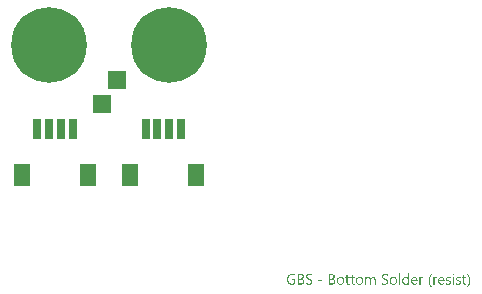
<source format=gbs>
G04*
G04 #@! TF.GenerationSoftware,Altium Limited,Altium Designer,22.11.1 (43)*
G04*
G04 Layer_Color=16711935*
%FSLAX44Y44*%
%MOMM*%
G71*
G04*
G04 #@! TF.SameCoordinates,218574FE-C399-4EC2-8256-894566C44971*
G04*
G04*
G04 #@! TF.FilePolarity,Negative*
G04*
G01*
G75*
%ADD23R,1.5500X1.5500*%
%ADD24R,0.7500X1.7000*%
%ADD25R,1.3499X1.9500*%
%ADD26C,6.4000*%
G36*
X979372Y449941D02*
X979443Y449926D01*
X979513Y449902D01*
X979592Y449863D01*
X979670Y449816D01*
X979749Y449753D01*
X979757Y449745D01*
X979780Y449722D01*
X979812Y449683D01*
X979851Y449627D01*
X979882Y449557D01*
X979914Y449478D01*
X979937Y449384D01*
X979945Y449282D01*
X979945Y449267D01*
X979945Y449235D01*
X979937Y449188D01*
X979922Y449117D01*
X979898Y449047D01*
X979859Y448968D01*
X979812Y448890D01*
X979749Y448811D01*
X979741Y448803D01*
X979717Y448780D01*
X979670Y448749D01*
X979615Y448717D01*
X979545Y448686D01*
X979466Y448654D01*
X979380Y448631D01*
X979278Y448623D01*
X979231Y448623D01*
X979184Y448631D01*
X979113Y448646D01*
X979043Y448670D01*
X978964Y448701D01*
X978886Y448741D01*
X978807Y448803D01*
X978799Y448811D01*
X978776Y448835D01*
X978744Y448882D01*
X978713Y448937D01*
X978681Y449000D01*
X978650Y449086D01*
X978627Y449180D01*
X978619Y449282D01*
X978619Y449298D01*
X978619Y449329D01*
X978627Y449384D01*
X978642Y449447D01*
X978666Y449525D01*
X978697Y449604D01*
X978744Y449683D01*
X978807Y449753D01*
X978815Y449761D01*
X978839Y449785D01*
X978886Y449816D01*
X978941Y449855D01*
X979011Y449887D01*
X979090Y449918D01*
X979176Y449941D01*
X979278Y449949D01*
X979325Y449949D01*
X979372Y449941D01*
X979372Y449941D02*
G37*
G36*
X922022Y449698D02*
X922132Y449698D01*
X922258Y449690D01*
X922399Y449683D01*
X922548Y449667D01*
X922862Y449627D01*
X923176Y449573D01*
X923333Y449533D01*
X923475Y449494D01*
X923616Y449439D01*
X923734Y449384D01*
X923734Y448207D01*
X923726Y448215D01*
X923694Y448231D01*
X923655Y448254D01*
X923592Y448293D01*
X923514Y448332D01*
X923419Y448380D01*
X923310Y448434D01*
X923184Y448482D01*
X923043Y448537D01*
X922886Y448584D01*
X922721Y448631D01*
X922541Y448670D01*
X922352Y448709D01*
X922148Y448733D01*
X921928Y448749D01*
X921701Y448756D01*
X921575Y448756D01*
X921489Y448749D01*
X921387Y448741D01*
X921269Y448725D01*
X921143Y448709D01*
X921018Y448686D01*
X921002Y448686D01*
X920963Y448670D01*
X920900Y448654D01*
X920814Y448631D01*
X920720Y448599D01*
X920618Y448560D01*
X920508Y448505D01*
X920406Y448450D01*
X920398Y448442D01*
X920359Y448419D01*
X920312Y448387D01*
X920249Y448340D01*
X920186Y448278D01*
X920107Y448207D01*
X920037Y448128D01*
X919974Y448034D01*
X919966Y448026D01*
X919950Y447987D01*
X919919Y447932D01*
X919895Y447862D01*
X919864Y447775D01*
X919833Y447665D01*
X919817Y447548D01*
X919809Y447414D01*
X919809Y447398D01*
X919809Y447359D01*
X919817Y447289D01*
X919825Y447210D01*
X919841Y447116D01*
X919864Y447014D01*
X919895Y446912D01*
X919935Y446818D01*
X919943Y446810D01*
X919958Y446778D01*
X919990Y446731D01*
X920029Y446669D01*
X920084Y446598D01*
X920147Y446520D01*
X920225Y446441D01*
X920312Y446362D01*
X920319Y446355D01*
X920359Y446331D01*
X920414Y446284D01*
X920484Y446237D01*
X920571Y446174D01*
X920673Y446111D01*
X920790Y446033D01*
X920916Y445962D01*
X920924Y445962D01*
X920931Y445954D01*
X920979Y445931D01*
X921057Y445892D01*
X921151Y445837D01*
X921277Y445782D01*
X921418Y445711D01*
X921575Y445633D01*
X921740Y445546D01*
X921748Y445546D01*
X921764Y445538D01*
X921787Y445523D01*
X921818Y445507D01*
X921865Y445484D01*
X921913Y445460D01*
X922030Y445397D01*
X922172Y445319D01*
X922329Y445232D01*
X922486Y445146D01*
X922650Y445044D01*
X922658Y445044D01*
X922666Y445036D01*
X922690Y445020D01*
X922721Y444997D01*
X922807Y444942D01*
X922909Y444871D01*
X923027Y444785D01*
X923153Y444691D01*
X923278Y444581D01*
X923404Y444463D01*
X923419Y444447D01*
X923459Y444408D01*
X923514Y444345D01*
X923592Y444259D01*
X923671Y444157D01*
X923757Y444039D01*
X923836Y443906D01*
X923914Y443765D01*
X923914Y443757D01*
X923922Y443749D01*
X923930Y443725D01*
X923945Y443694D01*
X923977Y443615D01*
X924016Y443513D01*
X924047Y443380D01*
X924079Y443231D01*
X924102Y443066D01*
X924110Y442886D01*
X924110Y442878D01*
X924110Y442854D01*
X924110Y442823D01*
X924110Y442776D01*
X924102Y442721D01*
X924094Y442650D01*
X924087Y442579D01*
X924079Y442501D01*
X924047Y442321D01*
X924000Y442132D01*
X923938Y441944D01*
X923851Y441763D01*
X923851Y441755D01*
X923843Y441740D01*
X923828Y441716D01*
X923804Y441685D01*
X923749Y441606D01*
X923671Y441496D01*
X923569Y441379D01*
X923451Y441253D01*
X923310Y441135D01*
X923153Y441018D01*
X923145Y441018D01*
X923129Y441002D01*
X923106Y440994D01*
X923074Y440970D01*
X923035Y440947D01*
X922980Y440923D01*
X922862Y440861D01*
X922713Y440798D01*
X922541Y440727D01*
X922352Y440664D01*
X922140Y440610D01*
X922132Y440610D01*
X922117Y440602D01*
X922085Y440602D01*
X922038Y440594D01*
X921991Y440578D01*
X921928Y440570D01*
X921858Y440562D01*
X921771Y440547D01*
X921591Y440523D01*
X921387Y440508D01*
X921167Y440492D01*
X920931Y440484D01*
X920845Y440484D01*
X920790Y440492D01*
X920712Y440492D01*
X920618Y440500D01*
X920516Y440508D01*
X920406Y440523D01*
X920390Y440523D01*
X920351Y440531D01*
X920288Y440539D01*
X920210Y440547D01*
X920115Y440562D01*
X920005Y440578D01*
X919895Y440594D01*
X919770Y440617D01*
X919754Y440617D01*
X919715Y440625D01*
X919652Y440641D01*
X919574Y440664D01*
X919480Y440680D01*
X919378Y440712D01*
X919158Y440774D01*
X919142Y440782D01*
X919111Y440790D01*
X919056Y440813D01*
X918993Y440837D01*
X918922Y440868D01*
X918844Y440908D01*
X918765Y440947D01*
X918695Y440994D01*
X918695Y442226D01*
X918702Y442218D01*
X918734Y442195D01*
X918781Y442156D01*
X918836Y442116D01*
X918914Y442062D01*
X919001Y442006D01*
X919095Y441944D01*
X919205Y441889D01*
X919221Y441881D01*
X919260Y441865D01*
X919315Y441834D01*
X919393Y441802D01*
X919487Y441763D01*
X919589Y441716D01*
X919707Y441669D01*
X919825Y441630D01*
X919841Y441622D01*
X919880Y441614D01*
X919950Y441598D01*
X920029Y441575D01*
X920131Y441544D01*
X920241Y441520D01*
X920484Y441473D01*
X920500Y441473D01*
X920539Y441465D01*
X920602Y441457D01*
X920688Y441449D01*
X920782Y441434D01*
X920884Y441426D01*
X921096Y441418D01*
X921190Y441418D01*
X921253Y441426D01*
X921332Y441426D01*
X921426Y441434D01*
X921528Y441449D01*
X921638Y441465D01*
X921873Y441504D01*
X922109Y441567D01*
X922336Y441653D01*
X922439Y441708D01*
X922533Y441771D01*
X922541Y441779D01*
X922556Y441787D01*
X922580Y441810D01*
X922611Y441842D01*
X922643Y441873D01*
X922682Y441920D01*
X922729Y441975D01*
X922776Y442038D01*
X922815Y442109D01*
X922862Y442179D01*
X922941Y442360D01*
X922964Y442462D01*
X922988Y442572D01*
X923004Y442682D01*
X923011Y442807D01*
X923011Y442815D01*
X923011Y442823D01*
X923011Y442870D01*
X923004Y442933D01*
X922996Y443019D01*
X922972Y443121D01*
X922949Y443223D01*
X922909Y443333D01*
X922854Y443435D01*
X922847Y443451D01*
X922823Y443482D01*
X922792Y443529D01*
X922745Y443600D01*
X922682Y443670D01*
X922603Y443757D01*
X922517Y443835D01*
X922415Y443922D01*
X922399Y443929D01*
X922368Y443961D01*
X922305Y444008D01*
X922227Y444063D01*
X922124Y444126D01*
X922015Y444196D01*
X921889Y444275D01*
X921748Y444345D01*
X921740Y444345D01*
X921732Y444353D01*
X921709Y444369D01*
X921685Y444385D01*
X921607Y444424D01*
X921505Y444479D01*
X921379Y444542D01*
X921238Y444612D01*
X921088Y444691D01*
X920924Y444777D01*
X920916Y444777D01*
X920900Y444785D01*
X920877Y444801D01*
X920845Y444816D01*
X920759Y444863D01*
X920641Y444926D01*
X920508Y444997D01*
X920359Y445075D01*
X920052Y445256D01*
X920045Y445256D01*
X920037Y445264D01*
X920013Y445279D01*
X919982Y445295D01*
X919911Y445350D01*
X919817Y445413D01*
X919707Y445491D01*
X919589Y445586D01*
X919472Y445680D01*
X919354Y445790D01*
X919338Y445805D01*
X919307Y445844D01*
X919252Y445899D01*
X919181Y445978D01*
X919111Y446080D01*
X919032Y446190D01*
X918954Y446315D01*
X918883Y446449D01*
X918883Y446457D01*
X918875Y446465D01*
X918867Y446488D01*
X918859Y446520D01*
X918828Y446598D01*
X918797Y446700D01*
X918765Y446826D01*
X918734Y446975D01*
X918718Y447140D01*
X918710Y447320D01*
X918710Y447328D01*
X918710Y447344D01*
X918710Y447383D01*
X918718Y447422D01*
X918718Y447477D01*
X918726Y447540D01*
X918742Y447681D01*
X918773Y447846D01*
X918820Y448026D01*
X918891Y448207D01*
X918977Y448380D01*
X918977Y448387D01*
X918993Y448403D01*
X919009Y448427D01*
X919024Y448458D01*
X919087Y448537D01*
X919166Y448646D01*
X919268Y448764D01*
X919385Y448890D01*
X919519Y449007D01*
X919676Y449125D01*
X919684Y449125D01*
X919699Y449141D01*
X919723Y449157D01*
X919754Y449172D01*
X919793Y449196D01*
X919841Y449227D01*
X919966Y449290D01*
X920115Y449361D01*
X920280Y449431D01*
X920469Y449502D01*
X920673Y449557D01*
X920680Y449557D01*
X920696Y449565D01*
X920727Y449573D01*
X920767Y449580D01*
X920822Y449588D01*
X920877Y449604D01*
X920947Y449620D01*
X921026Y449635D01*
X921198Y449659D01*
X921387Y449683D01*
X921599Y449698D01*
X921811Y449706D01*
X921936Y449706D01*
X922022Y449698D01*
X922022Y449698D02*
G37*
G36*
X857813Y449698D02*
X857923Y449698D01*
X858049Y449690D01*
X858190Y449683D01*
X858339Y449667D01*
X858653Y449627D01*
X858967Y449573D01*
X859124Y449533D01*
X859265Y449494D01*
X859406Y449439D01*
X859524Y449384D01*
X859524Y448207D01*
X859516Y448215D01*
X859485Y448231D01*
X859446Y448254D01*
X859383Y448293D01*
X859304Y448332D01*
X859210Y448380D01*
X859100Y448434D01*
X858975Y448482D01*
X858833Y448537D01*
X858676Y448584D01*
X858512Y448631D01*
X858331Y448670D01*
X858143Y448709D01*
X857939Y448733D01*
X857719Y448749D01*
X857491Y448756D01*
X857366Y448756D01*
X857279Y448749D01*
X857177Y448741D01*
X857060Y448725D01*
X856934Y448709D01*
X856808Y448686D01*
X856793Y448686D01*
X856753Y448670D01*
X856691Y448654D01*
X856604Y448631D01*
X856510Y448599D01*
X856408Y448560D01*
X856298Y448505D01*
X856196Y448450D01*
X856188Y448442D01*
X856149Y448419D01*
X856102Y448387D01*
X856039Y448340D01*
X855976Y448278D01*
X855898Y448207D01*
X855827Y448128D01*
X855765Y448034D01*
X855757Y448026D01*
X855741Y447987D01*
X855710Y447932D01*
X855686Y447862D01*
X855655Y447775D01*
X855623Y447665D01*
X855608Y447548D01*
X855600Y447414D01*
X855600Y447398D01*
X855600Y447359D01*
X855608Y447289D01*
X855615Y447210D01*
X855631Y447116D01*
X855655Y447014D01*
X855686Y446912D01*
X855725Y446818D01*
X855733Y446810D01*
X855749Y446778D01*
X855780Y446731D01*
X855819Y446669D01*
X855874Y446598D01*
X855937Y446520D01*
X856016Y446441D01*
X856102Y446362D01*
X856110Y446355D01*
X856149Y446331D01*
X856204Y446284D01*
X856275Y446237D01*
X856361Y446174D01*
X856463Y446111D01*
X856581Y446033D01*
X856706Y445962D01*
X856714Y445962D01*
X856722Y445954D01*
X856769Y445931D01*
X856848Y445892D01*
X856942Y445837D01*
X857067Y445782D01*
X857209Y445711D01*
X857366Y445633D01*
X857531Y445546D01*
X857538Y445546D01*
X857554Y445538D01*
X857578Y445523D01*
X857609Y445507D01*
X857656Y445484D01*
X857703Y445460D01*
X857821Y445397D01*
X857962Y445319D01*
X858119Y445232D01*
X858276Y445146D01*
X858441Y445044D01*
X858449Y445044D01*
X858457Y445036D01*
X858480Y445020D01*
X858512Y444997D01*
X858598Y444942D01*
X858700Y444871D01*
X858818Y444785D01*
X858943Y444691D01*
X859069Y444581D01*
X859194Y444463D01*
X859210Y444447D01*
X859249Y444408D01*
X859304Y444345D01*
X859383Y444259D01*
X859461Y444157D01*
X859548Y444039D01*
X859626Y443906D01*
X859705Y443765D01*
X859705Y443757D01*
X859713Y443749D01*
X859720Y443725D01*
X859736Y443694D01*
X859767Y443615D01*
X859807Y443513D01*
X859838Y443380D01*
X859869Y443231D01*
X859893Y443066D01*
X859901Y442886D01*
X859901Y442878D01*
X859901Y442854D01*
X859901Y442823D01*
X859901Y442776D01*
X859893Y442721D01*
X859885Y442650D01*
X859877Y442579D01*
X859869Y442501D01*
X859838Y442321D01*
X859791Y442132D01*
X859728Y441944D01*
X859642Y441763D01*
X859642Y441755D01*
X859634Y441740D01*
X859618Y441716D01*
X859595Y441685D01*
X859540Y441606D01*
X859461Y441496D01*
X859359Y441379D01*
X859241Y441253D01*
X859100Y441135D01*
X858943Y441018D01*
X858935Y441018D01*
X858920Y441002D01*
X858896Y440994D01*
X858865Y440970D01*
X858826Y440947D01*
X858771Y440923D01*
X858653Y440861D01*
X858504Y440798D01*
X858331Y440727D01*
X858143Y440664D01*
X857931Y440610D01*
X857923Y440610D01*
X857907Y440602D01*
X857876Y440602D01*
X857829Y440594D01*
X857782Y440578D01*
X857719Y440570D01*
X857648Y440562D01*
X857562Y440547D01*
X857381Y440523D01*
X857177Y440508D01*
X856958Y440492D01*
X856722Y440484D01*
X856636Y440484D01*
X856581Y440492D01*
X856502Y440492D01*
X856408Y440500D01*
X856306Y440508D01*
X856196Y440523D01*
X856181Y440523D01*
X856141Y440531D01*
X856079Y440539D01*
X856000Y440547D01*
X855906Y440562D01*
X855796Y440578D01*
X855686Y440594D01*
X855561Y440617D01*
X855545Y440617D01*
X855506Y440625D01*
X855443Y440641D01*
X855364Y440664D01*
X855270Y440680D01*
X855168Y440712D01*
X854948Y440774D01*
X854933Y440782D01*
X854901Y440790D01*
X854846Y440813D01*
X854783Y440837D01*
X854713Y440868D01*
X854634Y440908D01*
X854556Y440947D01*
X854485Y440994D01*
X854485Y442226D01*
X854493Y442218D01*
X854525Y442195D01*
X854572Y442156D01*
X854627Y442116D01*
X854705Y442062D01*
X854791Y442006D01*
X854886Y441944D01*
X854995Y441889D01*
X855011Y441881D01*
X855050Y441865D01*
X855105Y441834D01*
X855184Y441802D01*
X855278Y441763D01*
X855380Y441716D01*
X855498Y441669D01*
X855615Y441630D01*
X855631Y441622D01*
X855670Y441614D01*
X855741Y441598D01*
X855819Y441575D01*
X855922Y441544D01*
X856031Y441520D01*
X856275Y441473D01*
X856291Y441473D01*
X856330Y441465D01*
X856393Y441457D01*
X856479Y441449D01*
X856573Y441434D01*
X856675Y441426D01*
X856887Y441418D01*
X856981Y441418D01*
X857044Y441426D01*
X857122Y441426D01*
X857217Y441434D01*
X857319Y441449D01*
X857429Y441465D01*
X857664Y441504D01*
X857899Y441567D01*
X858127Y441653D01*
X858229Y441708D01*
X858323Y441771D01*
X858331Y441779D01*
X858347Y441787D01*
X858370Y441810D01*
X858402Y441842D01*
X858433Y441873D01*
X858472Y441920D01*
X858520Y441975D01*
X858567Y442038D01*
X858606Y442109D01*
X858653Y442179D01*
X858731Y442360D01*
X858755Y442462D01*
X858779Y442572D01*
X858794Y442682D01*
X858802Y442807D01*
X858802Y442815D01*
X858802Y442823D01*
X858802Y442870D01*
X858794Y442933D01*
X858786Y443019D01*
X858763Y443121D01*
X858739Y443223D01*
X858700Y443333D01*
X858645Y443435D01*
X858637Y443451D01*
X858614Y443482D01*
X858582Y443529D01*
X858535Y443600D01*
X858472Y443670D01*
X858394Y443757D01*
X858308Y443835D01*
X858205Y443922D01*
X858190Y443929D01*
X858158Y443961D01*
X858096Y444008D01*
X858017Y444063D01*
X857915Y444126D01*
X857805Y444196D01*
X857680Y444275D01*
X857538Y444345D01*
X857531Y444345D01*
X857523Y444353D01*
X857499Y444369D01*
X857476Y444385D01*
X857397Y444424D01*
X857295Y444479D01*
X857169Y444542D01*
X857028Y444612D01*
X856879Y444691D01*
X856714Y444777D01*
X856706Y444777D01*
X856691Y444785D01*
X856667Y444801D01*
X856636Y444816D01*
X856550Y444863D01*
X856432Y444926D01*
X856298Y444997D01*
X856149Y445075D01*
X855843Y445256D01*
X855835Y445256D01*
X855827Y445264D01*
X855804Y445279D01*
X855772Y445295D01*
X855702Y445350D01*
X855608Y445413D01*
X855498Y445491D01*
X855380Y445586D01*
X855262Y445680D01*
X855145Y445790D01*
X855129Y445805D01*
X855098Y445844D01*
X855042Y445899D01*
X854972Y445978D01*
X854901Y446080D01*
X854823Y446190D01*
X854744Y446315D01*
X854674Y446449D01*
X854674Y446457D01*
X854666Y446465D01*
X854658Y446488D01*
X854650Y446520D01*
X854619Y446598D01*
X854587Y446700D01*
X854556Y446826D01*
X854525Y446975D01*
X854509Y447140D01*
X854501Y447320D01*
X854501Y447328D01*
X854501Y447344D01*
X854501Y447383D01*
X854509Y447422D01*
X854509Y447477D01*
X854517Y447540D01*
X854532Y447681D01*
X854564Y447846D01*
X854611Y448026D01*
X854681Y448207D01*
X854768Y448380D01*
X854768Y448387D01*
X854783Y448403D01*
X854799Y448427D01*
X854815Y448458D01*
X854878Y448537D01*
X854956Y448646D01*
X855058Y448764D01*
X855176Y448890D01*
X855309Y449007D01*
X855466Y449125D01*
X855474Y449125D01*
X855490Y449141D01*
X855514Y449157D01*
X855545Y449172D01*
X855584Y449196D01*
X855631Y449227D01*
X855757Y449290D01*
X855906Y449361D01*
X856071Y449431D01*
X856259Y449502D01*
X856463Y449557D01*
X856471Y449557D01*
X856487Y449565D01*
X856518Y449573D01*
X856557Y449580D01*
X856612Y449588D01*
X856667Y449604D01*
X856738Y449620D01*
X856816Y449635D01*
X856989Y449659D01*
X857177Y449683D01*
X857389Y449698D01*
X857601Y449706D01*
X857727Y449706D01*
X857813Y449698D01*
X857813Y449698D02*
G37*
G36*
X843144Y449698D02*
X843270Y449690D01*
X843419Y449683D01*
X843576Y449667D01*
X843756Y449643D01*
X843945Y449620D01*
X844141Y449588D01*
X844345Y449549D01*
X844549Y449502D01*
X844753Y449447D01*
X844957Y449384D01*
X845161Y449314D01*
X845350Y449227D01*
X845350Y448074D01*
X845334Y448081D01*
X845302Y448105D01*
X845240Y448136D01*
X845161Y448183D01*
X845051Y448231D01*
X844926Y448293D01*
X844784Y448348D01*
X844620Y448419D01*
X844447Y448482D01*
X844251Y448544D01*
X844039Y448599D01*
X843811Y448646D01*
X843568Y448694D01*
X843317Y448725D01*
X843058Y448749D01*
X842783Y448756D01*
X842720Y448756D01*
X842642Y448749D01*
X842532Y448741D01*
X842406Y448725D01*
X842257Y448701D01*
X842092Y448670D01*
X841912Y448631D01*
X841723Y448576D01*
X841527Y448505D01*
X841323Y448419D01*
X841111Y448317D01*
X840907Y448199D01*
X840711Y448066D01*
X840515Y447901D01*
X840326Y447720D01*
X840319Y447713D01*
X840287Y447673D01*
X840240Y447618D01*
X840177Y447532D01*
X840107Y447430D01*
X840020Y447312D01*
X839934Y447163D01*
X839848Y446998D01*
X839761Y446818D01*
X839675Y446614D01*
X839589Y446394D01*
X839518Y446158D01*
X839455Y445907D01*
X839408Y445640D01*
X839377Y445350D01*
X839369Y445052D01*
X839369Y445044D01*
X839369Y445036D01*
X839369Y445013D01*
X839369Y444981D01*
X839369Y444934D01*
X839377Y444887D01*
X839385Y444769D01*
X839392Y444628D01*
X839416Y444463D01*
X839439Y444283D01*
X839479Y444086D01*
X839526Y443875D01*
X839589Y443655D01*
X839659Y443435D01*
X839746Y443207D01*
X839848Y442988D01*
X839965Y442776D01*
X840099Y442572D01*
X840256Y442383D01*
X840264Y442375D01*
X840295Y442344D01*
X840350Y442297D01*
X840421Y442234D01*
X840507Y442164D01*
X840617Y442077D01*
X840742Y441991D01*
X840891Y441904D01*
X841056Y441810D01*
X841237Y441724D01*
X841433Y441646D01*
X841653Y441567D01*
X841880Y441504D01*
X842132Y441457D01*
X842391Y441426D01*
X842673Y441418D01*
X842775Y441418D01*
X842846Y441426D01*
X842940Y441434D01*
X843042Y441441D01*
X843160Y441449D01*
X843293Y441473D01*
X843427Y441488D01*
X843576Y441520D01*
X843874Y441591D01*
X844031Y441638D01*
X844180Y441700D01*
X844329Y441763D01*
X844478Y441834D01*
X844478Y444338D01*
X842524Y444338D01*
X842524Y445287D01*
X845530Y445287D01*
X845530Y441237D01*
X845514Y441230D01*
X845467Y441206D01*
X845397Y441167D01*
X845295Y441120D01*
X845169Y441065D01*
X845020Y441002D01*
X844847Y440931D01*
X844651Y440861D01*
X844439Y440790D01*
X844204Y440719D01*
X843960Y440657D01*
X843701Y440602D01*
X843427Y440555D01*
X843136Y440515D01*
X842846Y440492D01*
X842540Y440484D01*
X842453Y440484D01*
X842414Y440492D01*
X842359Y440492D01*
X842296Y440500D01*
X842226Y440500D01*
X842061Y440523D01*
X841873Y440547D01*
X841668Y440586D01*
X841441Y440641D01*
X841198Y440704D01*
X840947Y440782D01*
X840687Y440884D01*
X840428Y441002D01*
X840169Y441143D01*
X839918Y441308D01*
X839675Y441496D01*
X839447Y441708D01*
X839432Y441724D01*
X839400Y441763D01*
X839337Y441834D01*
X839267Y441936D01*
X839173Y442054D01*
X839079Y442203D01*
X838969Y442383D01*
X838859Y442579D01*
X838749Y442799D01*
X838639Y443050D01*
X838545Y443317D01*
X838451Y443608D01*
X838380Y443914D01*
X838317Y444251D01*
X838286Y444604D01*
X838270Y444973D01*
X838270Y444981D01*
X838270Y444997D01*
X838270Y445028D01*
X838270Y445067D01*
X838278Y445115D01*
X838278Y445177D01*
X838286Y445240D01*
X838294Y445319D01*
X838301Y445405D01*
X838309Y445491D01*
X838341Y445695D01*
X838380Y445931D01*
X838435Y446174D01*
X838505Y446441D01*
X838592Y446716D01*
X838694Y446998D01*
X838820Y447281D01*
X838977Y447563D01*
X839149Y447846D01*
X839353Y448113D01*
X839581Y448372D01*
X839596Y448387D01*
X839644Y448427D01*
X839714Y448497D01*
X839816Y448584D01*
X839950Y448678D01*
X840099Y448796D01*
X840279Y448913D01*
X840491Y449039D01*
X840719Y449165D01*
X840970Y449282D01*
X841237Y449400D01*
X841535Y449494D01*
X841849Y449580D01*
X842179Y449651D01*
X842532Y449690D01*
X842901Y449706D01*
X843042Y449706D01*
X843144Y449698D01*
X843144Y449698D02*
G37*
G36*
X941746Y440633D02*
X940726Y440633D01*
X940726Y441708D01*
X940702Y441708D01*
X940694Y441693D01*
X940671Y441653D01*
X940624Y441598D01*
X940569Y441520D01*
X940490Y441426D01*
X940404Y441324D01*
X940294Y441214D01*
X940161Y441096D01*
X940019Y440978D01*
X939855Y440868D01*
X939674Y440766D01*
X939478Y440672D01*
X939266Y440594D01*
X939030Y440539D01*
X938779Y440500D01*
X938512Y440484D01*
X938457Y440484D01*
X938395Y440492D01*
X938316Y440500D01*
X938214Y440508D01*
X938096Y440531D01*
X937963Y440555D01*
X937822Y440594D01*
X937673Y440633D01*
X937516Y440696D01*
X937359Y440759D01*
X937194Y440845D01*
X937037Y440939D01*
X936880Y441057D01*
X936731Y441190D01*
X936590Y441339D01*
X936582Y441347D01*
X936558Y441379D01*
X936527Y441426D01*
X936480Y441496D01*
X936425Y441583D01*
X936362Y441685D01*
X936299Y441810D01*
X936236Y441952D01*
X936166Y442109D01*
X936103Y442281D01*
X936040Y442477D01*
X935985Y442682D01*
X935938Y442901D01*
X935907Y443145D01*
X935883Y443396D01*
X935875Y443663D01*
X935875Y443670D01*
X935875Y443678D01*
X935875Y443702D01*
X935875Y443733D01*
X935883Y443812D01*
X935891Y443922D01*
X935899Y444063D01*
X935915Y444212D01*
X935938Y444385D01*
X935977Y444573D01*
X936016Y444769D01*
X936071Y444981D01*
X936134Y445185D01*
X936213Y445405D01*
X936299Y445609D01*
X936409Y445813D01*
X936527Y446009D01*
X936668Y446198D01*
X936676Y446205D01*
X936707Y446237D01*
X936754Y446284D01*
X936817Y446347D01*
X936896Y446417D01*
X936990Y446504D01*
X937107Y446590D01*
X937233Y446676D01*
X937382Y446763D01*
X937539Y446849D01*
X937712Y446936D01*
X937900Y447006D01*
X938104Y447069D01*
X938324Y447116D01*
X938552Y447147D01*
X938795Y447155D01*
X938850Y447155D01*
X938921Y447147D01*
X939007Y447140D01*
X939117Y447124D01*
X939242Y447100D01*
X939376Y447069D01*
X939525Y447030D01*
X939682Y446975D01*
X939839Y446904D01*
X939996Y446818D01*
X940153Y446716D01*
X940302Y446598D01*
X940451Y446465D01*
X940584Y446300D01*
X940702Y446119D01*
X940726Y446119D01*
X940726Y450067D01*
X941746Y450067D01*
X941746Y440633D01*
X941746Y440633D02*
G37*
G36*
X984042Y447147D02*
X984113Y447147D01*
X984199Y447140D01*
X984293Y447132D01*
X984395Y447116D01*
X984631Y447085D01*
X984874Y447030D01*
X985133Y446959D01*
X985384Y446865D01*
X985384Y445829D01*
X985376Y445837D01*
X985353Y445852D01*
X985314Y445868D01*
X985259Y445899D01*
X985196Y445939D01*
X985117Y445978D01*
X985023Y446017D01*
X984921Y446064D01*
X984803Y446104D01*
X984686Y446143D01*
X984552Y446182D01*
X984411Y446221D01*
X984254Y446253D01*
X984097Y446268D01*
X983940Y446284D01*
X983767Y446292D01*
X983665Y446292D01*
X983595Y446284D01*
X983516Y446276D01*
X983430Y446260D01*
X983249Y446221D01*
X983242Y446221D01*
X983210Y446213D01*
X983171Y446198D01*
X983116Y446174D01*
X982990Y446119D01*
X982857Y446041D01*
X982849Y446033D01*
X982833Y446017D01*
X982802Y445994D01*
X982763Y445962D01*
X982676Y445876D01*
X982598Y445758D01*
X982598Y445750D01*
X982582Y445727D01*
X982574Y445695D01*
X982559Y445648D01*
X982543Y445601D01*
X982527Y445538D01*
X982520Y445468D01*
X982512Y445397D01*
X982512Y445389D01*
X982512Y445358D01*
X982520Y445311D01*
X982520Y445248D01*
X982535Y445185D01*
X982551Y445115D01*
X982567Y445044D01*
X982598Y444973D01*
X982606Y444966D01*
X982614Y444942D01*
X982637Y444911D01*
X982669Y444871D01*
X982708Y444832D01*
X982747Y444777D01*
X982865Y444675D01*
X982873Y444667D01*
X982896Y444651D01*
X982935Y444628D01*
X982983Y444597D01*
X983045Y444565D01*
X983116Y444526D01*
X983202Y444479D01*
X983289Y444440D01*
X983297Y444432D01*
X983336Y444424D01*
X983383Y444400D01*
X983454Y444377D01*
X983540Y444338D01*
X983634Y444298D01*
X983736Y444259D01*
X983854Y444212D01*
X983862Y444212D01*
X983869Y444204D01*
X983893Y444196D01*
X983924Y444188D01*
X984003Y444157D01*
X984105Y444110D01*
X984223Y444063D01*
X984356Y444008D01*
X984490Y443945D01*
X984615Y443882D01*
X984623Y443882D01*
X984631Y443875D01*
X984670Y443851D01*
X984733Y443820D01*
X984811Y443773D01*
X984905Y443710D01*
X985000Y443647D01*
X985094Y443568D01*
X985188Y443490D01*
X985196Y443482D01*
X985227Y443451D01*
X985266Y443411D01*
X985321Y443349D01*
X985376Y443278D01*
X985439Y443192D01*
X985494Y443097D01*
X985549Y442995D01*
X985557Y442980D01*
X985573Y442948D01*
X985588Y442886D01*
X985612Y442807D01*
X985635Y442713D01*
X985659Y442603D01*
X985667Y442477D01*
X985675Y442336D01*
X985675Y442328D01*
X985675Y442313D01*
X985675Y442289D01*
X985675Y442258D01*
X985667Y442171D01*
X985651Y442054D01*
X985620Y441928D01*
X985588Y441787D01*
X985533Y441646D01*
X985463Y441512D01*
X985455Y441496D01*
X985424Y441457D01*
X985376Y441394D01*
X985314Y441308D01*
X985235Y441222D01*
X985141Y441120D01*
X985031Y441026D01*
X984905Y440931D01*
X984890Y440923D01*
X984843Y440892D01*
X984772Y440853D01*
X984678Y440806D01*
X984560Y440751D01*
X984419Y440696D01*
X984270Y440641D01*
X984105Y440594D01*
X984097Y440594D01*
X984081Y440586D01*
X984058Y440586D01*
X984026Y440578D01*
X983987Y440570D01*
X983940Y440562D01*
X983822Y440539D01*
X983673Y440515D01*
X983516Y440500D01*
X983344Y440492D01*
X983155Y440484D01*
X983061Y440484D01*
X982990Y440492D01*
X982904Y440492D01*
X982810Y440508D01*
X982692Y440515D01*
X982574Y440531D01*
X982441Y440555D01*
X982308Y440578D01*
X982025Y440641D01*
X981735Y440735D01*
X981593Y440798D01*
X981452Y440861D01*
X981452Y441952D01*
X981460Y441944D01*
X981491Y441928D01*
X981538Y441897D01*
X981601Y441857D01*
X981680Y441810D01*
X981766Y441755D01*
X981876Y441700D01*
X981994Y441646D01*
X982127Y441591D01*
X982268Y441536D01*
X982418Y441481D01*
X982574Y441434D01*
X982747Y441394D01*
X982920Y441363D01*
X983100Y441347D01*
X983289Y441339D01*
X983344Y441339D01*
X983414Y441347D01*
X983501Y441355D01*
X983603Y441371D01*
X983712Y441386D01*
X983838Y441418D01*
X983964Y441449D01*
X984081Y441496D01*
X984207Y441559D01*
X984317Y441630D01*
X984419Y441716D01*
X984505Y441818D01*
X984576Y441936D01*
X984615Y442077D01*
X984631Y442156D01*
X984631Y442234D01*
X984631Y442242D01*
X984631Y442281D01*
X984623Y442328D01*
X984615Y442383D01*
X984599Y442454D01*
X984584Y442524D01*
X984552Y442595D01*
X984513Y442666D01*
X984505Y442674D01*
X984490Y442697D01*
X984466Y442729D01*
X984435Y442776D01*
X984388Y442823D01*
X984340Y442878D01*
X984278Y442925D01*
X984207Y442980D01*
X984199Y442988D01*
X984176Y443003D01*
X984128Y443027D01*
X984073Y443066D01*
X984011Y443105D01*
X983932Y443145D01*
X983838Y443184D01*
X983744Y443223D01*
X983728Y443231D01*
X983697Y443239D01*
X983642Y443262D01*
X983571Y443294D01*
X983493Y443333D01*
X983391Y443372D01*
X983289Y443411D01*
X983179Y443459D01*
X983171Y443459D01*
X983163Y443466D01*
X983139Y443474D01*
X983108Y443490D01*
X983030Y443521D01*
X982928Y443561D01*
X982810Y443615D01*
X982684Y443670D01*
X982559Y443733D01*
X982433Y443796D01*
X982418Y443804D01*
X982378Y443827D01*
X982323Y443859D01*
X982245Y443906D01*
X982159Y443969D01*
X982072Y444031D01*
X981978Y444102D01*
X981892Y444181D01*
X981884Y444188D01*
X981860Y444220D01*
X981821Y444259D01*
X981774Y444322D01*
X981719Y444393D01*
X981664Y444479D01*
X981617Y444565D01*
X981570Y444667D01*
X981562Y444683D01*
X981554Y444714D01*
X981538Y444777D01*
X981523Y444848D01*
X981499Y444942D01*
X981484Y445052D01*
X981476Y445177D01*
X981468Y445311D01*
X981468Y445319D01*
X981468Y445334D01*
X981468Y445358D01*
X981468Y445389D01*
X981476Y445468D01*
X981491Y445578D01*
X981515Y445703D01*
X981554Y445837D01*
X981601Y445970D01*
X981672Y446104D01*
X981672Y446111D01*
X981680Y446119D01*
X981711Y446158D01*
X981758Y446221D01*
X981813Y446308D01*
X981892Y446394D01*
X981986Y446488D01*
X982096Y446590D01*
X982213Y446676D01*
X982221Y446676D01*
X982229Y446684D01*
X982276Y446716D01*
X982347Y446755D01*
X982441Y446810D01*
X982559Y446865D01*
X982692Y446928D01*
X982841Y446982D01*
X982998Y447030D01*
X983006Y447030D01*
X983022Y447038D01*
X983045Y447045D01*
X983077Y447053D01*
X983116Y447061D01*
X983163Y447069D01*
X983273Y447092D01*
X983414Y447116D01*
X983563Y447140D01*
X983728Y447147D01*
X983901Y447155D01*
X983979Y447155D01*
X984042Y447147D01*
X984042Y447147D02*
G37*
G36*
X975550Y447147D02*
X975621Y447147D01*
X975707Y447140D01*
X975801Y447132D01*
X975903Y447116D01*
X976139Y447085D01*
X976382Y447030D01*
X976641Y446959D01*
X976892Y446865D01*
X976892Y445829D01*
X976884Y445837D01*
X976861Y445852D01*
X976821Y445868D01*
X976767Y445899D01*
X976704Y445939D01*
X976625Y445978D01*
X976531Y446017D01*
X976429Y446064D01*
X976311Y446104D01*
X976193Y446143D01*
X976060Y446182D01*
X975919Y446221D01*
X975762Y446253D01*
X975605Y446268D01*
X975448Y446284D01*
X975275Y446292D01*
X975173Y446292D01*
X975103Y446284D01*
X975024Y446276D01*
X974938Y446260D01*
X974757Y446221D01*
X974749Y446221D01*
X974718Y446213D01*
X974679Y446198D01*
X974624Y446174D01*
X974498Y446119D01*
X974365Y446041D01*
X974357Y446033D01*
X974341Y446017D01*
X974310Y445994D01*
X974271Y445962D01*
X974184Y445876D01*
X974106Y445758D01*
X974106Y445750D01*
X974090Y445727D01*
X974082Y445695D01*
X974067Y445648D01*
X974051Y445601D01*
X974035Y445538D01*
X974027Y445468D01*
X974019Y445397D01*
X974019Y445389D01*
X974019Y445358D01*
X974027Y445311D01*
X974027Y445248D01*
X974043Y445185D01*
X974059Y445115D01*
X974074Y445044D01*
X974106Y444973D01*
X974114Y444966D01*
X974121Y444942D01*
X974145Y444911D01*
X974176Y444871D01*
X974216Y444832D01*
X974255Y444777D01*
X974373Y444675D01*
X974380Y444667D01*
X974404Y444651D01*
X974443Y444628D01*
X974490Y444597D01*
X974553Y444565D01*
X974624Y444526D01*
X974710Y444479D01*
X974797Y444440D01*
X974804Y444432D01*
X974844Y444424D01*
X974891Y444400D01*
X974961Y444377D01*
X975048Y444338D01*
X975142Y444298D01*
X975244Y444259D01*
X975362Y444212D01*
X975369Y444212D01*
X975377Y444204D01*
X975401Y444196D01*
X975432Y444188D01*
X975511Y444157D01*
X975613Y444110D01*
X975731Y444063D01*
X975864Y444008D01*
X975997Y443945D01*
X976123Y443882D01*
X976131Y443882D01*
X976139Y443875D01*
X976178Y443851D01*
X976241Y443820D01*
X976319Y443773D01*
X976413Y443710D01*
X976507Y443647D01*
X976602Y443568D01*
X976696Y443490D01*
X976704Y443482D01*
X976735Y443451D01*
X976774Y443411D01*
X976829Y443349D01*
X976884Y443278D01*
X976947Y443192D01*
X977002Y443097D01*
X977057Y442995D01*
X977065Y442980D01*
X977080Y442948D01*
X977096Y442886D01*
X977120Y442807D01*
X977143Y442713D01*
X977167Y442603D01*
X977175Y442477D01*
X977182Y442336D01*
X977182Y442328D01*
X977182Y442313D01*
X977182Y442289D01*
X977182Y442258D01*
X977175Y442171D01*
X977159Y442054D01*
X977128Y441928D01*
X977096Y441787D01*
X977041Y441646D01*
X976971Y441512D01*
X976963Y441496D01*
X976931Y441457D01*
X976884Y441394D01*
X976821Y441308D01*
X976743Y441222D01*
X976649Y441120D01*
X976539Y441026D01*
X976413Y440931D01*
X976398Y440923D01*
X976350Y440892D01*
X976280Y440853D01*
X976186Y440806D01*
X976068Y440751D01*
X975927Y440696D01*
X975778Y440641D01*
X975613Y440594D01*
X975605Y440594D01*
X975589Y440586D01*
X975566Y440586D01*
X975534Y440578D01*
X975495Y440570D01*
X975448Y440562D01*
X975330Y440539D01*
X975181Y440515D01*
X975024Y440500D01*
X974851Y440492D01*
X974663Y440484D01*
X974569Y440484D01*
X974498Y440492D01*
X974412Y440492D01*
X974318Y440508D01*
X974200Y440515D01*
X974082Y440531D01*
X973949Y440555D01*
X973815Y440578D01*
X973533Y440641D01*
X973242Y440735D01*
X973101Y440798D01*
X972960Y440861D01*
X972960Y441952D01*
X972968Y441944D01*
X972999Y441928D01*
X973046Y441897D01*
X973109Y441857D01*
X973187Y441810D01*
X973274Y441755D01*
X973384Y441700D01*
X973502Y441646D01*
X973635Y441591D01*
X973776Y441536D01*
X973925Y441481D01*
X974082Y441434D01*
X974255Y441394D01*
X974428Y441363D01*
X974608Y441347D01*
X974797Y441339D01*
X974851Y441339D01*
X974922Y441347D01*
X975008Y441355D01*
X975110Y441371D01*
X975220Y441386D01*
X975346Y441418D01*
X975471Y441449D01*
X975589Y441496D01*
X975715Y441559D01*
X975825Y441630D01*
X975927Y441716D01*
X976013Y441818D01*
X976084Y441936D01*
X976123Y442077D01*
X976139Y442156D01*
X976139Y442234D01*
X976139Y442242D01*
X976139Y442281D01*
X976131Y442328D01*
X976123Y442383D01*
X976107Y442454D01*
X976092Y442524D01*
X976060Y442595D01*
X976021Y442666D01*
X976013Y442674D01*
X975997Y442697D01*
X975974Y442729D01*
X975942Y442776D01*
X975895Y442823D01*
X975848Y442878D01*
X975785Y442925D01*
X975715Y442980D01*
X975707Y442988D01*
X975683Y443003D01*
X975636Y443027D01*
X975581Y443066D01*
X975518Y443105D01*
X975440Y443145D01*
X975346Y443184D01*
X975252Y443223D01*
X975236Y443231D01*
X975205Y443239D01*
X975150Y443262D01*
X975079Y443294D01*
X975001Y443333D01*
X974899Y443372D01*
X974797Y443411D01*
X974687Y443459D01*
X974679Y443459D01*
X974671Y443466D01*
X974647Y443474D01*
X974616Y443490D01*
X974538Y443521D01*
X974435Y443561D01*
X974318Y443615D01*
X974192Y443670D01*
X974067Y443733D01*
X973941Y443796D01*
X973925Y443804D01*
X973886Y443827D01*
X973831Y443859D01*
X973753Y443906D01*
X973666Y443969D01*
X973580Y444031D01*
X973486Y444102D01*
X973399Y444181D01*
X973392Y444188D01*
X973368Y444220D01*
X973329Y444259D01*
X973282Y444322D01*
X973227Y444393D01*
X973172Y444479D01*
X973125Y444565D01*
X973078Y444667D01*
X973070Y444683D01*
X973062Y444714D01*
X973046Y444777D01*
X973030Y444848D01*
X973007Y444942D01*
X972991Y445052D01*
X972983Y445177D01*
X972976Y445311D01*
X972976Y445319D01*
X972976Y445334D01*
X972976Y445358D01*
X972976Y445389D01*
X972983Y445468D01*
X972999Y445578D01*
X973023Y445703D01*
X973062Y445837D01*
X973109Y445970D01*
X973180Y446104D01*
X973180Y446111D01*
X973187Y446119D01*
X973219Y446158D01*
X973266Y446221D01*
X973321Y446308D01*
X973399Y446394D01*
X973494Y446488D01*
X973604Y446590D01*
X973721Y446676D01*
X973729Y446676D01*
X973737Y446684D01*
X973784Y446716D01*
X973855Y446755D01*
X973949Y446810D01*
X974067Y446865D01*
X974200Y446928D01*
X974349Y446982D01*
X974506Y447030D01*
X974514Y447030D01*
X974530Y447038D01*
X974553Y447045D01*
X974585Y447053D01*
X974624Y447061D01*
X974671Y447069D01*
X974781Y447092D01*
X974922Y447116D01*
X975071Y447140D01*
X975236Y447147D01*
X975409Y447155D01*
X975487Y447155D01*
X975550Y447147D01*
X975550Y447147D02*
G37*
G36*
X911545Y447147D02*
X911592Y447147D01*
X911647Y447140D01*
X911780Y447116D01*
X911937Y447077D01*
X912118Y447022D01*
X912306Y446936D01*
X912502Y446833D01*
X912604Y446763D01*
X912698Y446692D01*
X912793Y446614D01*
X912887Y446520D01*
X912981Y446417D01*
X913067Y446308D01*
X913146Y446190D01*
X913224Y446056D01*
X913295Y445915D01*
X913358Y445758D01*
X913413Y445593D01*
X913467Y445413D01*
X913499Y445224D01*
X913530Y445013D01*
X913546Y444793D01*
X913554Y444557D01*
X913554Y440633D01*
X912533Y440633D01*
X912533Y444291D01*
X912533Y444306D01*
X912533Y444338D01*
X912533Y444393D01*
X912526Y444463D01*
X912526Y444549D01*
X912518Y444651D01*
X912510Y444761D01*
X912494Y444879D01*
X912455Y445130D01*
X912392Y445381D01*
X912361Y445507D01*
X912314Y445617D01*
X912259Y445727D01*
X912204Y445821D01*
X912204Y445829D01*
X912188Y445844D01*
X912172Y445868D01*
X912141Y445892D01*
X912110Y445931D01*
X912063Y445970D01*
X912008Y446009D01*
X911945Y446056D01*
X911874Y446104D01*
X911796Y446143D01*
X911702Y446182D01*
X911607Y446221D01*
X911497Y446245D01*
X911372Y446268D01*
X911246Y446284D01*
X911105Y446292D01*
X911042Y446292D01*
X910995Y446284D01*
X910940Y446276D01*
X910878Y446260D01*
X910721Y446221D01*
X910634Y446190D01*
X910548Y446143D01*
X910454Y446096D01*
X910367Y446041D01*
X910273Y445970D01*
X910179Y445892D01*
X910085Y445797D01*
X909998Y445695D01*
X909991Y445687D01*
X909983Y445672D01*
X909959Y445633D01*
X909928Y445593D01*
X909896Y445531D01*
X909857Y445460D01*
X909810Y445381D01*
X909771Y445295D01*
X909732Y445193D01*
X909685Y445083D01*
X909645Y444966D01*
X909614Y444840D01*
X909583Y444706D01*
X909567Y444565D01*
X909551Y444424D01*
X909543Y444267D01*
X909543Y440633D01*
X908523Y440633D01*
X908523Y444416D01*
X908523Y444424D01*
X908523Y444440D01*
X908523Y444463D01*
X908523Y444495D01*
X908515Y444542D01*
X908515Y444589D01*
X908499Y444706D01*
X908476Y444848D01*
X908444Y445013D01*
X908405Y445177D01*
X908342Y445358D01*
X908264Y445531D01*
X908170Y445695D01*
X908052Y445860D01*
X907911Y446002D01*
X907746Y446119D01*
X907652Y446166D01*
X907550Y446213D01*
X907440Y446245D01*
X907330Y446268D01*
X907204Y446284D01*
X907071Y446292D01*
X907008Y446292D01*
X906961Y446284D01*
X906898Y446276D01*
X906835Y446260D01*
X906678Y446221D01*
X906592Y446190D01*
X906506Y446151D01*
X906412Y446111D01*
X906317Y446056D01*
X906223Y445986D01*
X906129Y445915D01*
X906043Y445829D01*
X905956Y445727D01*
X905949Y445719D01*
X905941Y445703D01*
X905917Y445672D01*
X905886Y445625D01*
X905854Y445570D01*
X905823Y445507D01*
X905784Y445429D01*
X905744Y445334D01*
X905697Y445232D01*
X905658Y445122D01*
X905627Y445005D01*
X905595Y444879D01*
X905564Y444738D01*
X905540Y444589D01*
X905533Y444432D01*
X905525Y444267D01*
X905525Y440633D01*
X904504Y440633D01*
X904504Y447006D01*
X905525Y447006D01*
X905525Y445994D01*
X905548Y445994D01*
X905556Y446009D01*
X905580Y446041D01*
X905619Y446104D01*
X905674Y446174D01*
X905744Y446260D01*
X905831Y446362D01*
X905933Y446465D01*
X906051Y446574D01*
X906184Y446684D01*
X906333Y446786D01*
X906498Y446888D01*
X906671Y446975D01*
X906867Y447045D01*
X907079Y447108D01*
X907299Y447140D01*
X907534Y447155D01*
X907597Y447155D01*
X907644Y447147D01*
X907699Y447147D01*
X907769Y447140D01*
X907840Y447124D01*
X907919Y447108D01*
X908099Y447069D01*
X908287Y446998D01*
X908476Y446912D01*
X908570Y446849D01*
X908664Y446786D01*
X908672Y446778D01*
X908688Y446771D01*
X908711Y446747D01*
X908743Y446724D01*
X908829Y446637D01*
X908931Y446535D01*
X909041Y446394D01*
X909151Y446229D01*
X909253Y446041D01*
X909331Y445829D01*
X909339Y445844D01*
X909363Y445884D01*
X909410Y445954D01*
X909465Y446033D01*
X909543Y446135D01*
X909630Y446253D01*
X909739Y446370D01*
X909865Y446496D01*
X910006Y446614D01*
X910163Y446739D01*
X910336Y446849D01*
X910524Y446951D01*
X910736Y447030D01*
X910956Y447100D01*
X911199Y447140D01*
X911450Y447155D01*
X911505Y447155D01*
X911545Y447147D01*
X911545Y447147D02*
G37*
G36*
X965104Y447108D02*
X965190Y447108D01*
X965284Y447092D01*
X965386Y447077D01*
X965488Y447061D01*
X965574Y447030D01*
X965574Y445970D01*
X965559Y445978D01*
X965527Y446002D01*
X965464Y446033D01*
X965378Y446072D01*
X965260Y446111D01*
X965135Y446143D01*
X964978Y446166D01*
X964797Y446174D01*
X964735Y446174D01*
X964688Y446166D01*
X964632Y446158D01*
X964570Y446143D01*
X964421Y446096D01*
X964334Y446064D01*
X964248Y446025D01*
X964154Y445970D01*
X964060Y445915D01*
X963973Y445844D01*
X963879Y445758D01*
X963793Y445664D01*
X963706Y445554D01*
X963699Y445546D01*
X963691Y445523D01*
X963667Y445491D01*
X963636Y445444D01*
X963604Y445381D01*
X963565Y445303D01*
X963526Y445217D01*
X963487Y445115D01*
X963447Y445005D01*
X963408Y444879D01*
X963369Y444738D01*
X963337Y444589D01*
X963306Y444424D01*
X963283Y444251D01*
X963275Y444071D01*
X963267Y443875D01*
X963267Y440633D01*
X962247Y440633D01*
X962247Y447006D01*
X963267Y447006D01*
X963267Y445687D01*
X963290Y445687D01*
X963290Y445695D01*
X963298Y445719D01*
X963314Y445750D01*
X963330Y445797D01*
X963353Y445852D01*
X963385Y445923D01*
X963455Y446072D01*
X963549Y446245D01*
X963667Y446417D01*
X963801Y446582D01*
X963958Y446739D01*
X963965Y446747D01*
X963981Y446755D01*
X964005Y446771D01*
X964036Y446802D01*
X964075Y446826D01*
X964130Y446857D01*
X964248Y446928D01*
X964397Y446998D01*
X964570Y447061D01*
X964758Y447100D01*
X964860Y447108D01*
X964962Y447116D01*
X965025Y447116D01*
X965104Y447108D01*
X965104Y447108D02*
G37*
G36*
X953331Y447108D02*
X953417Y447108D01*
X953511Y447092D01*
X953613Y447077D01*
X953715Y447061D01*
X953801Y447030D01*
X953801Y445970D01*
X953786Y445978D01*
X953754Y446002D01*
X953692Y446033D01*
X953605Y446072D01*
X953487Y446111D01*
X953362Y446143D01*
X953205Y446166D01*
X953025Y446174D01*
X952962Y446174D01*
X952915Y446166D01*
X952860Y446158D01*
X952797Y446143D01*
X952648Y446096D01*
X952561Y446064D01*
X952475Y446025D01*
X952381Y445970D01*
X952287Y445915D01*
X952200Y445844D01*
X952106Y445758D01*
X952020Y445664D01*
X951934Y445554D01*
X951926Y445546D01*
X951918Y445523D01*
X951894Y445491D01*
X951863Y445444D01*
X951832Y445381D01*
X951792Y445303D01*
X951753Y445217D01*
X951714Y445115D01*
X951674Y445005D01*
X951635Y444879D01*
X951596Y444738D01*
X951565Y444589D01*
X951533Y444424D01*
X951510Y444251D01*
X951502Y444071D01*
X951494Y443875D01*
X951494Y440633D01*
X950474Y440633D01*
X950474Y447006D01*
X951494Y447006D01*
X951494Y445687D01*
X951517Y445687D01*
X951517Y445695D01*
X951525Y445719D01*
X951541Y445750D01*
X951557Y445797D01*
X951580Y445852D01*
X951612Y445923D01*
X951682Y446072D01*
X951777Y446245D01*
X951894Y446417D01*
X952028Y446582D01*
X952185Y446739D01*
X952193Y446747D01*
X952208Y446755D01*
X952232Y446771D01*
X952263Y446802D01*
X952302Y446826D01*
X952357Y446857D01*
X952475Y446928D01*
X952624Y446998D01*
X952797Y447061D01*
X952985Y447100D01*
X953087Y447108D01*
X953189Y447116D01*
X953252Y447116D01*
X953331Y447108D01*
X953331Y447108D02*
G37*
G36*
X868299Y443780D02*
X864900Y443780D01*
X864900Y444581D01*
X868299Y444581D01*
X868299Y443780D01*
X868299Y443780D02*
G37*
G36*
X979772Y440633D02*
X978752Y440633D01*
X978752Y447006D01*
X979772Y447006D01*
X979772Y440633D01*
X979772Y440633D02*
G37*
G36*
X934243Y440633D02*
X933222Y440633D01*
X933222Y450067D01*
X934243Y450067D01*
X934243Y440633D01*
X934243Y440633D02*
G37*
G36*
X876493Y449549D02*
X876587Y449541D01*
X876697Y449525D01*
X876822Y449510D01*
X876964Y449486D01*
X877105Y449455D01*
X877254Y449416D01*
X877411Y449369D01*
X877560Y449314D01*
X877717Y449251D01*
X877858Y449172D01*
X878000Y449086D01*
X878133Y448984D01*
X878141Y448976D01*
X878165Y448960D01*
X878196Y448929D01*
X878235Y448882D01*
X878290Y448827D01*
X878345Y448756D01*
X878408Y448678D01*
X878471Y448591D01*
X878533Y448489D01*
X878596Y448380D01*
X878651Y448254D01*
X878706Y448128D01*
X878745Y447987D01*
X878777Y447838D01*
X878800Y447681D01*
X878808Y447516D01*
X878808Y447508D01*
X878808Y447485D01*
X878808Y447446D01*
X878800Y447391D01*
X878792Y447320D01*
X878785Y447249D01*
X878777Y447163D01*
X878761Y447069D01*
X878706Y446857D01*
X878635Y446637D01*
X878588Y446520D01*
X878533Y446410D01*
X878471Y446300D01*
X878400Y446190D01*
X878392Y446182D01*
X878384Y446166D01*
X878361Y446135D01*
X878322Y446096D01*
X878282Y446056D01*
X878235Y446002D01*
X878172Y445947D01*
X878110Y445884D01*
X878031Y445821D01*
X877945Y445750D01*
X877851Y445687D01*
X877748Y445617D01*
X877639Y445554D01*
X877529Y445499D01*
X877270Y445397D01*
X877270Y445374D01*
X877278Y445374D01*
X877309Y445366D01*
X877356Y445358D01*
X877419Y445350D01*
X877497Y445334D01*
X877584Y445311D01*
X877686Y445279D01*
X877788Y445248D01*
X878015Y445162D01*
X878141Y445107D01*
X878259Y445036D01*
X878376Y444966D01*
X878494Y444887D01*
X878612Y444793D01*
X878714Y444691D01*
X878722Y444683D01*
X878737Y444667D01*
X878761Y444636D01*
X878800Y444589D01*
X878839Y444526D01*
X878887Y444463D01*
X878934Y444377D01*
X878989Y444291D01*
X879036Y444188D01*
X879083Y444071D01*
X879130Y443953D01*
X879169Y443820D01*
X879208Y443670D01*
X879232Y443521D01*
X879248Y443364D01*
X879256Y443192D01*
X879256Y443176D01*
X879256Y443145D01*
X879248Y443082D01*
X879240Y443003D01*
X879232Y442901D01*
X879208Y442791D01*
X879185Y442666D01*
X879153Y442532D01*
X879106Y442383D01*
X879051Y442234D01*
X878989Y442085D01*
X878910Y441928D01*
X878816Y441771D01*
X878706Y441622D01*
X878580Y441481D01*
X878431Y441339D01*
X878423Y441332D01*
X878392Y441308D01*
X878345Y441277D01*
X878282Y441230D01*
X878204Y441175D01*
X878102Y441120D01*
X877992Y441049D01*
X877866Y440986D01*
X877717Y440923D01*
X877560Y440861D01*
X877395Y440798D01*
X877207Y440743D01*
X877011Y440696D01*
X876807Y440664D01*
X876587Y440641D01*
X876359Y440633D01*
X873761Y440633D01*
X873761Y449557D01*
X876406Y449557D01*
X876493Y449549D01*
X876493Y449549D02*
G37*
G36*
X850333Y449549D02*
X850428Y449541D01*
X850537Y449525D01*
X850663Y449510D01*
X850804Y449486D01*
X850946Y449455D01*
X851095Y449416D01*
X851252Y449369D01*
X851401Y449314D01*
X851558Y449251D01*
X851699Y449172D01*
X851840Y449086D01*
X851974Y448984D01*
X851982Y448976D01*
X852005Y448960D01*
X852037Y448929D01*
X852076Y448882D01*
X852131Y448827D01*
X852186Y448756D01*
X852248Y448678D01*
X852311Y448591D01*
X852374Y448489D01*
X852437Y448380D01*
X852492Y448254D01*
X852547Y448128D01*
X852586Y447987D01*
X852617Y447838D01*
X852641Y447681D01*
X852649Y447516D01*
X852649Y447508D01*
X852649Y447485D01*
X852649Y447446D01*
X852641Y447391D01*
X852633Y447320D01*
X852625Y447249D01*
X852617Y447163D01*
X852602Y447069D01*
X852547Y446857D01*
X852476Y446637D01*
X852429Y446520D01*
X852374Y446410D01*
X852311Y446300D01*
X852241Y446190D01*
X852233Y446182D01*
X852225Y446166D01*
X852201Y446135D01*
X852162Y446096D01*
X852123Y446056D01*
X852076Y446002D01*
X852013Y445947D01*
X851950Y445884D01*
X851872Y445821D01*
X851785Y445750D01*
X851691Y445687D01*
X851589Y445617D01*
X851479Y445554D01*
X851369Y445499D01*
X851110Y445397D01*
X851110Y445374D01*
X851118Y445374D01*
X851150Y445366D01*
X851197Y445358D01*
X851260Y445350D01*
X851338Y445334D01*
X851424Y445311D01*
X851526Y445279D01*
X851628Y445248D01*
X851856Y445162D01*
X851982Y445107D01*
X852099Y445036D01*
X852217Y444966D01*
X852335Y444887D01*
X852452Y444793D01*
X852554Y444691D01*
X852562Y444683D01*
X852578Y444667D01*
X852602Y444636D01*
X852641Y444589D01*
X852680Y444526D01*
X852727Y444463D01*
X852774Y444377D01*
X852829Y444291D01*
X852876Y444188D01*
X852923Y444071D01*
X852971Y443953D01*
X853010Y443820D01*
X853049Y443670D01*
X853073Y443521D01*
X853088Y443364D01*
X853096Y443192D01*
X853096Y443176D01*
X853096Y443145D01*
X853088Y443082D01*
X853080Y443003D01*
X853073Y442901D01*
X853049Y442791D01*
X853025Y442666D01*
X852994Y442532D01*
X852947Y442383D01*
X852892Y442234D01*
X852829Y442085D01*
X852751Y441928D01*
X852657Y441771D01*
X852547Y441622D01*
X852421Y441481D01*
X852272Y441339D01*
X852264Y441332D01*
X852233Y441308D01*
X852186Y441277D01*
X852123Y441230D01*
X852044Y441175D01*
X851942Y441120D01*
X851833Y441049D01*
X851707Y440986D01*
X851558Y440923D01*
X851401Y440861D01*
X851236Y440798D01*
X851048Y440743D01*
X850851Y440696D01*
X850647Y440664D01*
X850428Y440641D01*
X850200Y440633D01*
X847602Y440633D01*
X847602Y449557D01*
X850247Y449557D01*
X850333Y449549D01*
X850333Y449549D02*
G37*
G36*
X988594Y447006D02*
X990203Y447006D01*
X990203Y446127D01*
X988594Y446127D01*
X988594Y442540D01*
X988594Y442532D01*
X988594Y442509D01*
X988594Y442477D01*
X988594Y442438D01*
X988602Y442383D01*
X988610Y442321D01*
X988626Y442187D01*
X988649Y442030D01*
X988689Y441881D01*
X988743Y441740D01*
X988775Y441677D01*
X988814Y441622D01*
X988822Y441614D01*
X988853Y441583D01*
X988908Y441536D01*
X988987Y441488D01*
X989089Y441434D01*
X989214Y441394D01*
X989363Y441363D01*
X989536Y441347D01*
X989599Y441347D01*
X989670Y441355D01*
X989764Y441371D01*
X989866Y441402D01*
X989984Y441434D01*
X990093Y441488D01*
X990203Y441559D01*
X990203Y440688D01*
X990195Y440688D01*
X990188Y440680D01*
X990164Y440672D01*
X990141Y440657D01*
X990054Y440625D01*
X989952Y440594D01*
X989811Y440562D01*
X989646Y440531D01*
X989458Y440508D01*
X989246Y440500D01*
X989175Y440500D01*
X989089Y440515D01*
X988987Y440531D01*
X988861Y440555D01*
X988720Y440602D01*
X988563Y440657D01*
X988414Y440735D01*
X988257Y440829D01*
X988100Y440955D01*
X987959Y441104D01*
X987896Y441190D01*
X987833Y441284D01*
X987778Y441386D01*
X987731Y441496D01*
X987684Y441614D01*
X987645Y441748D01*
X987613Y441881D01*
X987590Y442030D01*
X987582Y442187D01*
X987574Y442360D01*
X987574Y446127D01*
X986483Y446127D01*
X986483Y447006D01*
X987574Y447006D01*
X987574Y448560D01*
X988594Y448890D01*
X988594Y447006D01*
X988594Y447006D02*
G37*
G36*
X894066Y447006D02*
X895675Y447006D01*
X895675Y446127D01*
X894066Y446127D01*
X894066Y442540D01*
X894066Y442532D01*
X894066Y442509D01*
X894066Y442477D01*
X894066Y442438D01*
X894074Y442383D01*
X894081Y442321D01*
X894097Y442187D01*
X894121Y442030D01*
X894160Y441881D01*
X894215Y441740D01*
X894246Y441677D01*
X894286Y441622D01*
X894293Y441614D01*
X894325Y441583D01*
X894380Y441536D01*
X894458Y441488D01*
X894560Y441434D01*
X894686Y441394D01*
X894835Y441363D01*
X895008Y441347D01*
X895070Y441347D01*
X895141Y441355D01*
X895235Y441371D01*
X895337Y441402D01*
X895455Y441434D01*
X895565Y441488D01*
X895675Y441559D01*
X895675Y440688D01*
X895667Y440688D01*
X895659Y440680D01*
X895636Y440672D01*
X895612Y440657D01*
X895526Y440625D01*
X895424Y440594D01*
X895282Y440562D01*
X895117Y440531D01*
X894929Y440508D01*
X894717Y440500D01*
X894647Y440500D01*
X894560Y440515D01*
X894458Y440531D01*
X894333Y440555D01*
X894191Y440602D01*
X894034Y440657D01*
X893885Y440735D01*
X893728Y440829D01*
X893571Y440955D01*
X893430Y441104D01*
X893367Y441190D01*
X893305Y441284D01*
X893250Y441386D01*
X893202Y441496D01*
X893155Y441614D01*
X893116Y441748D01*
X893085Y441881D01*
X893061Y442030D01*
X893053Y442187D01*
X893046Y442360D01*
X893046Y446127D01*
X891954Y446127D01*
X891954Y447006D01*
X893046Y447006D01*
X893046Y448560D01*
X894066Y448890D01*
X894066Y447006D01*
X894066Y447006D02*
G37*
G36*
X889749Y447006D02*
X891358Y447006D01*
X891358Y446127D01*
X889749Y446127D01*
X889749Y442540D01*
X889749Y442532D01*
X889749Y442509D01*
X889749Y442477D01*
X889749Y442438D01*
X889757Y442383D01*
X889765Y442321D01*
X889780Y442187D01*
X889804Y442030D01*
X889843Y441881D01*
X889898Y441740D01*
X889930Y441677D01*
X889969Y441622D01*
X889977Y441614D01*
X890008Y441583D01*
X890063Y441536D01*
X890142Y441488D01*
X890244Y441434D01*
X890369Y441394D01*
X890518Y441363D01*
X890691Y441347D01*
X890754Y441347D01*
X890824Y441355D01*
X890919Y441371D01*
X891021Y441402D01*
X891138Y441434D01*
X891248Y441488D01*
X891358Y441559D01*
X891358Y440688D01*
X891350Y440688D01*
X891342Y440680D01*
X891319Y440672D01*
X891295Y440657D01*
X891209Y440625D01*
X891107Y440594D01*
X890966Y440562D01*
X890801Y440531D01*
X890612Y440508D01*
X890400Y440500D01*
X890330Y440500D01*
X890244Y440515D01*
X890142Y440531D01*
X890016Y440555D01*
X889875Y440602D01*
X889718Y440657D01*
X889568Y440735D01*
X889412Y440829D01*
X889255Y440955D01*
X889113Y441104D01*
X889051Y441190D01*
X888988Y441284D01*
X888933Y441386D01*
X888886Y441496D01*
X888839Y441614D01*
X888799Y441748D01*
X888768Y441881D01*
X888744Y442030D01*
X888737Y442187D01*
X888729Y442360D01*
X888729Y446127D01*
X887638Y446127D01*
X887638Y447006D01*
X888729Y447006D01*
X888729Y448560D01*
X889749Y448890D01*
X889749Y447006D01*
X889749Y447006D02*
G37*
G36*
X969303Y447147D02*
X969389Y447140D01*
X969499Y447132D01*
X969616Y447116D01*
X969750Y447085D01*
X969891Y447053D01*
X970048Y447014D01*
X970205Y446959D01*
X970362Y446888D01*
X970527Y446810D01*
X970684Y446716D01*
X970833Y446606D01*
X970982Y446480D01*
X971115Y446339D01*
X971123Y446331D01*
X971147Y446300D01*
X971178Y446253D01*
X971225Y446190D01*
X971273Y446111D01*
X971335Y446009D01*
X971398Y445892D01*
X971461Y445758D01*
X971524Y445601D01*
X971586Y445436D01*
X971649Y445248D01*
X971696Y445052D01*
X971743Y444832D01*
X971775Y444604D01*
X971798Y444353D01*
X971806Y444094D01*
X971806Y443561D01*
X967301Y443561D01*
X967301Y443545D01*
X967301Y443513D01*
X967309Y443459D01*
X967317Y443388D01*
X967325Y443294D01*
X967340Y443192D01*
X967356Y443082D01*
X967387Y442956D01*
X967458Y442689D01*
X967505Y442556D01*
X967560Y442415D01*
X967623Y442281D01*
X967693Y442148D01*
X967780Y442030D01*
X967874Y441912D01*
X967882Y441904D01*
X967898Y441889D01*
X967929Y441857D01*
X967976Y441826D01*
X968031Y441779D01*
X968102Y441732D01*
X968180Y441677D01*
X968266Y441630D01*
X968369Y441575D01*
X968486Y441520D01*
X968604Y441473D01*
X968745Y441426D01*
X968886Y441394D01*
X969044Y441363D01*
X969208Y441347D01*
X969381Y441339D01*
X969428Y441339D01*
X969483Y441347D01*
X969561Y441347D01*
X969656Y441363D01*
X969765Y441379D01*
X969891Y441402D01*
X970032Y441426D01*
X970182Y441465D01*
X970339Y441512D01*
X970503Y441567D01*
X970668Y441638D01*
X970841Y441716D01*
X971013Y441810D01*
X971186Y441920D01*
X971359Y442046D01*
X971359Y441088D01*
X971351Y441080D01*
X971320Y441065D01*
X971273Y441033D01*
X971210Y440994D01*
X971123Y440947D01*
X971021Y440900D01*
X970904Y440845D01*
X970770Y440790D01*
X970613Y440727D01*
X970448Y440672D01*
X970268Y440625D01*
X970072Y440578D01*
X969860Y440539D01*
X969632Y440508D01*
X969389Y440492D01*
X969138Y440484D01*
X969075Y440484D01*
X969012Y440492D01*
X968918Y440500D01*
X968800Y440508D01*
X968667Y440531D01*
X968525Y440555D01*
X968369Y440594D01*
X968204Y440641D01*
X968031Y440696D01*
X967850Y440766D01*
X967678Y440845D01*
X967497Y440947D01*
X967333Y441065D01*
X967168Y441198D01*
X967019Y441347D01*
X967011Y441355D01*
X966987Y441386D01*
X966948Y441441D01*
X966901Y441512D01*
X966838Y441598D01*
X966775Y441708D01*
X966705Y441834D01*
X966634Y441983D01*
X966563Y442140D01*
X966493Y442328D01*
X966430Y442524D01*
X966367Y442744D01*
X966320Y442980D01*
X966281Y443231D01*
X966257Y443506D01*
X966249Y443788D01*
X966249Y443796D01*
X966249Y443804D01*
X966249Y443827D01*
X966249Y443851D01*
X966257Y443929D01*
X966265Y444039D01*
X966273Y444165D01*
X966296Y444306D01*
X966320Y444471D01*
X966351Y444651D01*
X966398Y444840D01*
X966453Y445036D01*
X966524Y445240D01*
X966602Y445444D01*
X966697Y445640D01*
X966814Y445844D01*
X966940Y446033D01*
X967089Y446213D01*
X967097Y446221D01*
X967128Y446253D01*
X967176Y446300D01*
X967238Y446362D01*
X967325Y446433D01*
X967427Y446512D01*
X967536Y446598D01*
X967670Y446684D01*
X967811Y446771D01*
X967976Y446857D01*
X968149Y446936D01*
X968329Y447006D01*
X968525Y447069D01*
X968737Y447116D01*
X968957Y447147D01*
X969185Y447155D01*
X969240Y447155D01*
X969303Y447147D01*
X969303Y447147D02*
G37*
G36*
X946432Y447147D02*
X946518Y447140D01*
X946628Y447132D01*
X946746Y447116D01*
X946879Y447085D01*
X947020Y447053D01*
X947177Y447014D01*
X947334Y446959D01*
X947491Y446888D01*
X947656Y446810D01*
X947813Y446716D01*
X947962Y446606D01*
X948111Y446480D01*
X948245Y446339D01*
X948252Y446331D01*
X948276Y446300D01*
X948307Y446253D01*
X948354Y446190D01*
X948402Y446111D01*
X948464Y446009D01*
X948527Y445892D01*
X948590Y445758D01*
X948653Y445601D01*
X948716Y445436D01*
X948778Y445248D01*
X948826Y445052D01*
X948873Y444832D01*
X948904Y444604D01*
X948928Y444353D01*
X948935Y444094D01*
X948935Y443561D01*
X944430Y443561D01*
X944430Y443545D01*
X944430Y443513D01*
X944438Y443459D01*
X944446Y443388D01*
X944454Y443294D01*
X944470Y443192D01*
X944485Y443082D01*
X944517Y442956D01*
X944587Y442689D01*
X944634Y442556D01*
X944689Y442415D01*
X944752Y442281D01*
X944823Y442148D01*
X944909Y442030D01*
X945003Y441912D01*
X945011Y441904D01*
X945027Y441889D01*
X945058Y441857D01*
X945105Y441826D01*
X945160Y441779D01*
X945231Y441732D01*
X945309Y441677D01*
X945396Y441630D01*
X945498Y441575D01*
X945615Y441520D01*
X945733Y441473D01*
X945874Y441426D01*
X946016Y441394D01*
X946173Y441363D01*
X946338Y441347D01*
X946510Y441339D01*
X946557Y441339D01*
X946612Y441347D01*
X946691Y441347D01*
X946785Y441363D01*
X946895Y441379D01*
X947020Y441402D01*
X947162Y441426D01*
X947311Y441465D01*
X947468Y441512D01*
X947633Y441567D01*
X947797Y441638D01*
X947970Y441716D01*
X948143Y441810D01*
X948315Y441920D01*
X948488Y442046D01*
X948488Y441088D01*
X948480Y441080D01*
X948449Y441065D01*
X948402Y441033D01*
X948339Y440994D01*
X948252Y440947D01*
X948150Y440900D01*
X948033Y440845D01*
X947899Y440790D01*
X947742Y440727D01*
X947578Y440672D01*
X947397Y440625D01*
X947201Y440578D01*
X946989Y440539D01*
X946761Y440508D01*
X946518Y440492D01*
X946267Y440484D01*
X946204Y440484D01*
X946141Y440492D01*
X946047Y440500D01*
X945929Y440508D01*
X945796Y440531D01*
X945655Y440555D01*
X945498Y440594D01*
X945333Y440641D01*
X945160Y440696D01*
X944980Y440766D01*
X944807Y440845D01*
X944626Y440947D01*
X944462Y441065D01*
X944297Y441198D01*
X944148Y441347D01*
X944140Y441355D01*
X944116Y441386D01*
X944077Y441441D01*
X944030Y441512D01*
X943967Y441598D01*
X943904Y441708D01*
X943834Y441834D01*
X943763Y441983D01*
X943692Y442140D01*
X943622Y442328D01*
X943559Y442524D01*
X943496Y442744D01*
X943449Y442980D01*
X943410Y443231D01*
X943386Y443506D01*
X943379Y443788D01*
X943379Y443796D01*
X943379Y443804D01*
X943379Y443827D01*
X943379Y443851D01*
X943386Y443929D01*
X943394Y444039D01*
X943402Y444165D01*
X943426Y444306D01*
X943449Y444471D01*
X943481Y444651D01*
X943528Y444840D01*
X943583Y445036D01*
X943653Y445240D01*
X943732Y445444D01*
X943826Y445640D01*
X943944Y445844D01*
X944069Y446033D01*
X944218Y446213D01*
X944226Y446221D01*
X944258Y446253D01*
X944305Y446300D01*
X944368Y446362D01*
X944454Y446433D01*
X944556Y446512D01*
X944666Y446598D01*
X944799Y446684D01*
X944940Y446771D01*
X945105Y446857D01*
X945278Y446936D01*
X945458Y447006D01*
X945655Y447069D01*
X945866Y447116D01*
X946086Y447147D01*
X946314Y447155D01*
X946369Y447155D01*
X946432Y447147D01*
X946432Y447147D02*
G37*
G36*
X928702Y447147D02*
X928804Y447140D01*
X928921Y447132D01*
X929063Y447108D01*
X929212Y447085D01*
X929377Y447045D01*
X929557Y446998D01*
X929738Y446943D01*
X929918Y446873D01*
X930107Y446786D01*
X930287Y446684D01*
X930468Y446567D01*
X930632Y446433D01*
X930789Y446276D01*
X930797Y446268D01*
X930821Y446237D01*
X930860Y446182D01*
X930915Y446111D01*
X930978Y446025D01*
X931040Y445915D01*
X931119Y445790D01*
X931190Y445640D01*
X931268Y445476D01*
X931339Y445295D01*
X931402Y445099D01*
X931464Y444879D01*
X931519Y444644D01*
X931559Y444393D01*
X931582Y444126D01*
X931590Y443843D01*
X931590Y443835D01*
X931590Y443827D01*
X931590Y443804D01*
X931590Y443773D01*
X931582Y443694D01*
X931574Y443592D01*
X931566Y443459D01*
X931543Y443309D01*
X931519Y443145D01*
X931480Y442964D01*
X931433Y442776D01*
X931378Y442572D01*
X931307Y442368D01*
X931229Y442164D01*
X931127Y441959D01*
X931009Y441763D01*
X930876Y441575D01*
X930727Y441394D01*
X930719Y441386D01*
X930687Y441355D01*
X930640Y441308D01*
X930570Y441253D01*
X930483Y441182D01*
X930381Y441104D01*
X930256Y441026D01*
X930114Y440939D01*
X929957Y440853D01*
X929785Y440774D01*
X929596Y440696D01*
X929392Y440625D01*
X929165Y440570D01*
X928929Y440523D01*
X928686Y440492D01*
X928419Y440484D01*
X928356Y440484D01*
X928286Y440492D01*
X928184Y440500D01*
X928066Y440508D01*
X927925Y440531D01*
X927775Y440555D01*
X927611Y440594D01*
X927430Y440641D01*
X927250Y440704D01*
X927061Y440774D01*
X926873Y440861D01*
X926685Y440963D01*
X926496Y441080D01*
X926323Y441214D01*
X926159Y441371D01*
X926151Y441379D01*
X926120Y441410D01*
X926080Y441465D01*
X926025Y441536D01*
X925963Y441622D01*
X925892Y441732D01*
X925821Y441857D01*
X925743Y442006D01*
X925664Y442164D01*
X925586Y442344D01*
X925515Y442540D01*
X925452Y442752D01*
X925397Y442972D01*
X925358Y443215D01*
X925327Y443474D01*
X925319Y443741D01*
X925319Y443749D01*
X925319Y443757D01*
X925319Y443780D01*
X925319Y443812D01*
X925327Y443898D01*
X925335Y444008D01*
X925342Y444141D01*
X925366Y444298D01*
X925389Y444471D01*
X925429Y444659D01*
X925476Y444856D01*
X925531Y445060D01*
X925602Y445272D01*
X925688Y445484D01*
X925790Y445687D01*
X925900Y445884D01*
X926033Y446072D01*
X926190Y446253D01*
X926198Y446260D01*
X926229Y446292D01*
X926284Y446339D01*
X926355Y446394D01*
X926441Y446465D01*
X926551Y446535D01*
X926677Y446622D01*
X926818Y446708D01*
X926975Y446786D01*
X927156Y446873D01*
X927352Y446943D01*
X927564Y447014D01*
X927791Y447069D01*
X928035Y447116D01*
X928294Y447147D01*
X928568Y447155D01*
X928631Y447155D01*
X928702Y447147D01*
X928702Y447147D02*
G37*
G36*
X899984Y447147D02*
X900086Y447140D01*
X900203Y447132D01*
X900345Y447108D01*
X900494Y447085D01*
X900659Y447045D01*
X900839Y446998D01*
X901020Y446943D01*
X901200Y446873D01*
X901388Y446786D01*
X901569Y446684D01*
X901750Y446567D01*
X901914Y446433D01*
X902071Y446276D01*
X902079Y446268D01*
X902103Y446237D01*
X902142Y446182D01*
X902197Y446111D01*
X902260Y446025D01*
X902322Y445915D01*
X902401Y445790D01*
X902472Y445640D01*
X902550Y445476D01*
X902621Y445295D01*
X902683Y445099D01*
X902746Y444879D01*
X902801Y444644D01*
X902840Y444393D01*
X902864Y444126D01*
X902872Y443843D01*
X902872Y443835D01*
X902872Y443827D01*
X902872Y443804D01*
X902872Y443773D01*
X902864Y443694D01*
X902856Y443592D01*
X902848Y443459D01*
X902825Y443309D01*
X902801Y443145D01*
X902762Y442964D01*
X902715Y442776D01*
X902660Y442572D01*
X902589Y442368D01*
X902511Y442164D01*
X902409Y441959D01*
X902291Y441763D01*
X902158Y441575D01*
X902009Y441394D01*
X902001Y441386D01*
X901969Y441355D01*
X901922Y441308D01*
X901852Y441253D01*
X901765Y441182D01*
X901663Y441104D01*
X901538Y441026D01*
X901396Y440939D01*
X901239Y440853D01*
X901067Y440774D01*
X900878Y440696D01*
X900674Y440625D01*
X900447Y440570D01*
X900211Y440523D01*
X899968Y440492D01*
X899701Y440484D01*
X899638Y440484D01*
X899568Y440492D01*
X899466Y440500D01*
X899348Y440508D01*
X899207Y440531D01*
X899057Y440555D01*
X898893Y440594D01*
X898712Y440641D01*
X898532Y440704D01*
X898343Y440774D01*
X898155Y440861D01*
X897967Y440963D01*
X897778Y441080D01*
X897606Y441214D01*
X897441Y441371D01*
X897433Y441379D01*
X897401Y441410D01*
X897362Y441465D01*
X897307Y441536D01*
X897244Y441622D01*
X897174Y441732D01*
X897103Y441857D01*
X897025Y442006D01*
X896946Y442164D01*
X896868Y442344D01*
X896797Y442540D01*
X896734Y442752D01*
X896679Y442972D01*
X896640Y443215D01*
X896609Y443474D01*
X896601Y443741D01*
X896601Y443749D01*
X896601Y443757D01*
X896601Y443780D01*
X896601Y443812D01*
X896609Y443898D01*
X896617Y444008D01*
X896624Y444141D01*
X896648Y444298D01*
X896672Y444471D01*
X896711Y444659D01*
X896758Y444856D01*
X896813Y445060D01*
X896883Y445272D01*
X896970Y445484D01*
X897072Y445687D01*
X897182Y445884D01*
X897315Y446072D01*
X897472Y446253D01*
X897480Y446260D01*
X897511Y446292D01*
X897566Y446339D01*
X897637Y446394D01*
X897723Y446465D01*
X897833Y446535D01*
X897959Y446622D01*
X898100Y446708D01*
X898257Y446786D01*
X898437Y446873D01*
X898634Y446943D01*
X898846Y447014D01*
X899073Y447069D01*
X899316Y447116D01*
X899576Y447147D01*
X899850Y447155D01*
X899913Y447155D01*
X899984Y447147D01*
X899984Y447147D02*
G37*
G36*
X883878Y447147D02*
X883980Y447140D01*
X884098Y447132D01*
X884239Y447108D01*
X884389Y447085D01*
X884553Y447045D01*
X884734Y446998D01*
X884914Y446943D01*
X885095Y446873D01*
X885283Y446786D01*
X885464Y446684D01*
X885644Y446567D01*
X885809Y446433D01*
X885966Y446276D01*
X885974Y446268D01*
X885997Y446237D01*
X886037Y446182D01*
X886092Y446111D01*
X886154Y446025D01*
X886217Y445915D01*
X886296Y445790D01*
X886366Y445640D01*
X886445Y445476D01*
X886515Y445295D01*
X886578Y445099D01*
X886641Y444879D01*
X886696Y444644D01*
X886735Y444393D01*
X886759Y444126D01*
X886767Y443843D01*
X886767Y443835D01*
X886767Y443827D01*
X886767Y443804D01*
X886767Y443773D01*
X886759Y443694D01*
X886751Y443592D01*
X886743Y443459D01*
X886720Y443309D01*
X886696Y443145D01*
X886657Y442964D01*
X886610Y442776D01*
X886555Y442572D01*
X886484Y442368D01*
X886405Y442164D01*
X886303Y441959D01*
X886186Y441763D01*
X886052Y441575D01*
X885903Y441394D01*
X885895Y441386D01*
X885864Y441355D01*
X885817Y441308D01*
X885746Y441253D01*
X885660Y441182D01*
X885558Y441104D01*
X885432Y441026D01*
X885291Y440939D01*
X885134Y440853D01*
X884961Y440774D01*
X884773Y440696D01*
X884569Y440625D01*
X884341Y440570D01*
X884106Y440523D01*
X883863Y440492D01*
X883596Y440484D01*
X883533Y440484D01*
X883462Y440492D01*
X883360Y440500D01*
X883243Y440508D01*
X883101Y440531D01*
X882952Y440555D01*
X882787Y440594D01*
X882607Y440641D01*
X882426Y440704D01*
X882238Y440774D01*
X882050Y440861D01*
X881861Y440963D01*
X881673Y441080D01*
X881500Y441214D01*
X881335Y441371D01*
X881328Y441379D01*
X881296Y441410D01*
X881257Y441465D01*
X881202Y441536D01*
X881139Y441622D01*
X881068Y441732D01*
X880998Y441857D01*
X880919Y442006D01*
X880841Y442164D01*
X880762Y442344D01*
X880692Y442540D01*
X880629Y442752D01*
X880574Y442972D01*
X880535Y443215D01*
X880503Y443474D01*
X880496Y443741D01*
X880496Y443749D01*
X880496Y443757D01*
X880496Y443780D01*
X880496Y443812D01*
X880503Y443898D01*
X880511Y444008D01*
X880519Y444141D01*
X880543Y444298D01*
X880566Y444471D01*
X880605Y444659D01*
X880652Y444856D01*
X880707Y445060D01*
X880778Y445272D01*
X880864Y445484D01*
X880966Y445687D01*
X881076Y445884D01*
X881210Y446072D01*
X881367Y446253D01*
X881375Y446260D01*
X881406Y446292D01*
X881461Y446339D01*
X881532Y446394D01*
X881618Y446465D01*
X881728Y446535D01*
X881853Y446622D01*
X881995Y446708D01*
X882152Y446786D01*
X882332Y446873D01*
X882528Y446943D01*
X882740Y447014D01*
X882968Y447069D01*
X883211Y447116D01*
X883470Y447147D01*
X883745Y447155D01*
X883808Y447155D01*
X883878Y447147D01*
X883878Y447147D02*
G37*
G36*
X991592Y449549D02*
X991608Y449533D01*
X991632Y449494D01*
X991671Y449455D01*
X991710Y449392D01*
X991765Y449321D01*
X991820Y449243D01*
X991891Y449149D01*
X991961Y449047D01*
X992040Y448929D01*
X992118Y448803D01*
X992205Y448662D01*
X992291Y448513D01*
X992377Y448356D01*
X992464Y448191D01*
X992558Y448011D01*
X992652Y447822D01*
X992738Y447626D01*
X992825Y447422D01*
X992919Y447202D01*
X992997Y446982D01*
X993084Y446747D01*
X993154Y446512D01*
X993225Y446260D01*
X993351Y445742D01*
X993406Y445476D01*
X993445Y445201D01*
X993484Y444918D01*
X993508Y444628D01*
X993523Y444330D01*
X993531Y444031D01*
X993531Y444024D01*
X993531Y443992D01*
X993531Y443953D01*
X993531Y443890D01*
X993523Y443812D01*
X993515Y443717D01*
X993508Y443615D01*
X993500Y443490D01*
X993492Y443364D01*
X993468Y443215D01*
X993453Y443058D01*
X993429Y442893D01*
X993398Y442721D01*
X993366Y442532D01*
X993327Y442344D01*
X993288Y442148D01*
X993186Y441724D01*
X993052Y441292D01*
X992895Y440837D01*
X992809Y440610D01*
X992707Y440382D01*
X992605Y440154D01*
X992487Y439927D01*
X992362Y439699D01*
X992228Y439471D01*
X992079Y439252D01*
X991930Y439032D01*
X991765Y438820D01*
X991585Y438608D01*
X990682Y438608D01*
X990690Y438616D01*
X990706Y438632D01*
X990729Y438671D01*
X990768Y438718D01*
X990808Y438773D01*
X990863Y438843D01*
X990918Y438922D01*
X990988Y439016D01*
X991059Y439126D01*
X991129Y439244D01*
X991216Y439369D01*
X991294Y439511D01*
X991381Y439660D01*
X991467Y439817D01*
X991561Y439982D01*
X991655Y440162D01*
X991742Y440343D01*
X991836Y440539D01*
X991922Y440743D01*
X992009Y440955D01*
X992095Y441175D01*
X992173Y441402D01*
X992315Y441881D01*
X992440Y442391D01*
X992495Y442650D01*
X992534Y442917D01*
X992574Y443192D01*
X992597Y443474D01*
X992613Y443757D01*
X992621Y444047D01*
X992621Y444055D01*
X992621Y444086D01*
X992621Y444126D01*
X992621Y444188D01*
X992613Y444259D01*
X992605Y444353D01*
X992597Y444455D01*
X992589Y444573D01*
X992574Y444706D01*
X992558Y444848D01*
X992542Y445005D01*
X992519Y445169D01*
X992487Y445342D01*
X992456Y445523D01*
X992417Y445711D01*
X992377Y445915D01*
X992275Y446331D01*
X992142Y446771D01*
X992071Y446998D01*
X991985Y447226D01*
X991899Y447461D01*
X991796Y447697D01*
X991687Y447932D01*
X991569Y448168D01*
X991443Y448403D01*
X991310Y448639D01*
X991169Y448874D01*
X991012Y449102D01*
X990847Y449329D01*
X990666Y449557D01*
X991585Y449557D01*
X991592Y449549D01*
X991592Y449549D02*
G37*
G36*
X961085Y449549D02*
X961069Y449533D01*
X961046Y449494D01*
X961006Y449447D01*
X960967Y449392D01*
X960912Y449321D01*
X960850Y449235D01*
X960787Y449141D01*
X960716Y449031D01*
X960638Y448913D01*
X960559Y448780D01*
X960473Y448639D01*
X960386Y448489D01*
X960300Y448332D01*
X960206Y448160D01*
X960120Y447979D01*
X960025Y447791D01*
X959931Y447595D01*
X959845Y447383D01*
X959759Y447171D01*
X959672Y446951D01*
X959594Y446716D01*
X959445Y446229D01*
X959319Y445719D01*
X959264Y445460D01*
X959225Y445185D01*
X959186Y444911D01*
X959162Y444628D01*
X959146Y444338D01*
X959138Y444047D01*
X959138Y444039D01*
X959138Y444016D01*
X959138Y443969D01*
X959146Y443906D01*
X959146Y443835D01*
X959154Y443741D01*
X959162Y443639D01*
X959170Y443521D01*
X959186Y443396D01*
X959201Y443255D01*
X959217Y443105D01*
X959241Y442940D01*
X959272Y442768D01*
X959303Y442587D01*
X959335Y442399D01*
X959382Y442203D01*
X959484Y441787D01*
X959609Y441347D01*
X959766Y440900D01*
X959861Y440672D01*
X959955Y440437D01*
X960065Y440209D01*
X960182Y439974D01*
X960300Y439738D01*
X960441Y439511D01*
X960583Y439283D01*
X960740Y439055D01*
X960904Y438828D01*
X961077Y438608D01*
X960167Y438608D01*
X960159Y438616D01*
X960143Y438632D01*
X960120Y438663D01*
X960088Y438710D01*
X960041Y438765D01*
X959986Y438836D01*
X959931Y438914D01*
X959868Y439001D01*
X959798Y439103D01*
X959719Y439220D01*
X959641Y439338D01*
X959562Y439471D01*
X959476Y439621D01*
X959382Y439770D01*
X959296Y439935D01*
X959209Y440107D01*
X959115Y440295D01*
X959029Y440484D01*
X958934Y440688D01*
X958856Y440900D01*
X958770Y441120D01*
X958691Y441347D01*
X958613Y441583D01*
X958542Y441826D01*
X958424Y442336D01*
X958369Y442603D01*
X958330Y442870D01*
X958291Y443152D01*
X958267Y443443D01*
X958252Y443733D01*
X958244Y444031D01*
X958244Y444039D01*
X958244Y444071D01*
X958244Y444110D01*
X958252Y444173D01*
X958252Y444251D01*
X958260Y444345D01*
X958267Y444455D01*
X958275Y444573D01*
X958283Y444706D01*
X958307Y444856D01*
X958322Y445013D01*
X958346Y445177D01*
X958369Y445358D01*
X958409Y445538D01*
X958440Y445735D01*
X958487Y445939D01*
X958589Y446362D01*
X958715Y446802D01*
X958872Y447265D01*
X958958Y447493D01*
X959052Y447728D01*
X959162Y447964D01*
X959272Y448199D01*
X959398Y448434D01*
X959531Y448662D01*
X959672Y448890D01*
X959829Y449117D01*
X959994Y449337D01*
X960167Y449557D01*
X961093Y449557D01*
X961085Y449549D01*
X961085Y449549D02*
G37*
%LPC*%
G36*
X938921Y446292D02*
X938881Y446292D01*
X938834Y446284D01*
X938764Y446284D01*
X938685Y446268D01*
X938599Y446253D01*
X938497Y446237D01*
X938387Y446205D01*
X938269Y446174D01*
X938151Y446127D01*
X938034Y446072D01*
X937908Y446002D01*
X937790Y445923D01*
X937673Y445837D01*
X937555Y445727D01*
X937453Y445609D01*
X937445Y445601D01*
X937429Y445578D01*
X937406Y445538D01*
X937366Y445484D01*
X937327Y445413D01*
X937288Y445326D01*
X937233Y445232D01*
X937186Y445115D01*
X937139Y444989D01*
X937092Y444848D01*
X937045Y444691D01*
X937005Y444526D01*
X936966Y444338D01*
X936943Y444149D01*
X936927Y443937D01*
X936919Y443717D01*
X936919Y443702D01*
X936919Y443670D01*
X936919Y443608D01*
X936927Y443537D01*
X936935Y443443D01*
X936943Y443333D01*
X936958Y443215D01*
X936982Y443082D01*
X937045Y442807D01*
X937084Y442658D01*
X937131Y442517D01*
X937194Y442375D01*
X937264Y442234D01*
X937343Y442101D01*
X937429Y441975D01*
X937437Y441967D01*
X937453Y441952D01*
X937484Y441920D01*
X937523Y441873D01*
X937578Y441826D01*
X937641Y441771D01*
X937712Y441716D01*
X937798Y441661D01*
X937892Y441598D01*
X937994Y441544D01*
X938104Y441488D01*
X938230Y441441D01*
X938363Y441402D01*
X938504Y441371D01*
X938654Y441347D01*
X938811Y441339D01*
X938850Y441339D01*
X938897Y441347D01*
X938952Y441347D01*
X939023Y441355D01*
X939109Y441371D01*
X939203Y441394D01*
X939305Y441418D01*
X939415Y441449D01*
X939525Y441488D01*
X939643Y441536D01*
X939753Y441598D01*
X939870Y441669D01*
X939980Y441748D01*
X940090Y441842D01*
X940192Y441952D01*
X940200Y441959D01*
X940216Y441983D01*
X940239Y442014D01*
X940278Y442062D01*
X940318Y442124D01*
X940365Y442195D01*
X940412Y442281D01*
X940459Y442383D01*
X940506Y442485D01*
X940561Y442603D01*
X940600Y442737D01*
X940639Y442870D01*
X940679Y443019D01*
X940702Y443176D01*
X940718Y443341D01*
X940726Y443513D01*
X940726Y444447D01*
X940726Y444455D01*
X940726Y444479D01*
X940726Y444526D01*
X940718Y444581D01*
X940710Y444644D01*
X940702Y444722D01*
X940686Y444809D01*
X940663Y444903D01*
X940600Y445107D01*
X940561Y445217D01*
X940514Y445326D01*
X940451Y445436D01*
X940380Y445546D01*
X940302Y445656D01*
X940216Y445758D01*
X940208Y445766D01*
X940192Y445782D01*
X940161Y445805D01*
X940121Y445844D01*
X940074Y445884D01*
X940012Y445931D01*
X939941Y445978D01*
X939862Y446025D01*
X939776Y446072D01*
X939674Y446127D01*
X939572Y446166D01*
X939454Y446205D01*
X939329Y446245D01*
X939203Y446268D01*
X939062Y446284D01*
X938921Y446292D01*
X938921Y446292D02*
G37*
G36*
X876163Y448607D02*
X874805Y448607D01*
X874805Y445727D01*
X875959Y445727D01*
X876014Y445735D01*
X876085Y445742D01*
X876171Y445750D01*
X876265Y445758D01*
X876367Y445782D01*
X876579Y445829D01*
X876807Y445899D01*
X876917Y445947D01*
X877027Y446002D01*
X877129Y446064D01*
X877223Y446135D01*
X877231Y446143D01*
X877246Y446151D01*
X877270Y446182D01*
X877301Y446213D01*
X877340Y446253D01*
X877380Y446308D01*
X877427Y446370D01*
X877474Y446441D01*
X877513Y446520D01*
X877560Y446606D01*
X877599Y446700D01*
X877639Y446802D01*
X877670Y446920D01*
X877694Y447038D01*
X877709Y447171D01*
X877717Y447304D01*
X877717Y447320D01*
X877717Y447359D01*
X877709Y447422D01*
X877694Y447508D01*
X877662Y447610D01*
X877631Y447720D01*
X877576Y447838D01*
X877505Y447956D01*
X877411Y448081D01*
X877301Y448199D01*
X877160Y448309D01*
X876995Y448403D01*
X876901Y448450D01*
X876799Y448489D01*
X876689Y448521D01*
X876571Y448552D01*
X876446Y448576D01*
X876304Y448591D01*
X876163Y448607D01*
X876163Y448607D02*
G37*
G36*
X876006Y444785D02*
X874805Y444785D01*
X874805Y441575D01*
X876312Y441575D01*
X876375Y441583D01*
X876453Y441591D01*
X876540Y441598D01*
X876642Y441614D01*
X876752Y441630D01*
X876979Y441677D01*
X877215Y441755D01*
X877333Y441810D01*
X877442Y441865D01*
X877544Y441928D01*
X877646Y442006D01*
X877654Y442014D01*
X877670Y442030D01*
X877694Y442054D01*
X877725Y442085D01*
X877764Y442132D01*
X877811Y442187D01*
X877851Y442250D01*
X877906Y442321D01*
X877953Y442407D01*
X877992Y442493D01*
X878039Y442595D01*
X878078Y442697D01*
X878110Y442815D01*
X878133Y442940D01*
X878149Y443066D01*
X878157Y443207D01*
X878157Y443215D01*
X878157Y443223D01*
X878157Y443247D01*
X878149Y443278D01*
X878141Y443357D01*
X878125Y443451D01*
X878094Y443576D01*
X878047Y443710D01*
X877976Y443851D01*
X877890Y444000D01*
X877772Y444141D01*
X877709Y444212D01*
X877631Y444283D01*
X877552Y444353D01*
X877458Y444416D01*
X877356Y444479D01*
X877246Y444542D01*
X877129Y444589D01*
X877003Y444636D01*
X876862Y444683D01*
X876712Y444714D01*
X876555Y444746D01*
X876383Y444769D01*
X876202Y444777D01*
X876006Y444785D01*
X876006Y444785D02*
G37*
G36*
X850004Y448607D02*
X848646Y448607D01*
X848646Y445727D01*
X849800Y445727D01*
X849855Y445735D01*
X849925Y445742D01*
X850012Y445750D01*
X850106Y445758D01*
X850208Y445782D01*
X850420Y445829D01*
X850647Y445899D01*
X850757Y445947D01*
X850867Y446002D01*
X850969Y446064D01*
X851063Y446135D01*
X851071Y446143D01*
X851087Y446151D01*
X851110Y446182D01*
X851142Y446213D01*
X851181Y446253D01*
X851220Y446308D01*
X851267Y446370D01*
X851314Y446441D01*
X851354Y446520D01*
X851401Y446606D01*
X851440Y446700D01*
X851479Y446802D01*
X851511Y446920D01*
X851534Y447038D01*
X851550Y447171D01*
X851558Y447304D01*
X851558Y447320D01*
X851558Y447359D01*
X851550Y447422D01*
X851534Y447508D01*
X851503Y447610D01*
X851471Y447720D01*
X851416Y447838D01*
X851346Y447956D01*
X851252Y448081D01*
X851142Y448199D01*
X851001Y448309D01*
X850836Y448403D01*
X850742Y448450D01*
X850639Y448489D01*
X850530Y448521D01*
X850412Y448552D01*
X850286Y448576D01*
X850145Y448591D01*
X850004Y448607D01*
X850004Y448607D02*
G37*
G36*
X849847Y444785D02*
X848646Y444785D01*
X848646Y441575D01*
X850153Y441575D01*
X850216Y441583D01*
X850294Y441591D01*
X850380Y441598D01*
X850482Y441614D01*
X850592Y441630D01*
X850820Y441677D01*
X851055Y441755D01*
X851173Y441810D01*
X851283Y441865D01*
X851385Y441928D01*
X851487Y442006D01*
X851495Y442014D01*
X851511Y442030D01*
X851534Y442054D01*
X851566Y442085D01*
X851605Y442132D01*
X851652Y442187D01*
X851691Y442250D01*
X851746Y442321D01*
X851793Y442407D01*
X851833Y442493D01*
X851880Y442595D01*
X851919Y442697D01*
X851950Y442815D01*
X851974Y442940D01*
X851989Y443066D01*
X851997Y443207D01*
X851997Y443215D01*
X851997Y443223D01*
X851997Y443247D01*
X851989Y443278D01*
X851982Y443357D01*
X851966Y443451D01*
X851935Y443576D01*
X851887Y443710D01*
X851817Y443851D01*
X851730Y444000D01*
X851613Y444141D01*
X851550Y444212D01*
X851471Y444283D01*
X851393Y444353D01*
X851299Y444416D01*
X851197Y444479D01*
X851087Y444542D01*
X850969Y444589D01*
X850844Y444636D01*
X850702Y444683D01*
X850553Y444714D01*
X850396Y444746D01*
X850223Y444769D01*
X850043Y444777D01*
X849847Y444785D01*
X849847Y444785D02*
G37*
G36*
X969169Y446292D02*
X969098Y446292D01*
X969051Y446284D01*
X968988Y446276D01*
X968910Y446268D01*
X968831Y446253D01*
X968745Y446229D01*
X968549Y446166D01*
X968447Y446127D01*
X968345Y446072D01*
X968243Y446017D01*
X968133Y445947D01*
X968039Y445868D01*
X967937Y445774D01*
X967929Y445766D01*
X967913Y445750D01*
X967890Y445719D01*
X967858Y445680D01*
X967819Y445625D01*
X967772Y445570D01*
X967725Y445491D01*
X967670Y445413D01*
X967615Y445319D01*
X967568Y445217D01*
X967513Y445107D01*
X967466Y444989D01*
X967419Y444856D01*
X967380Y444722D01*
X967340Y444573D01*
X967317Y444424D01*
X970762Y444424D01*
X970762Y444432D01*
X970762Y444463D01*
X970762Y444510D01*
X970754Y444573D01*
X970747Y444644D01*
X970739Y444730D01*
X970723Y444824D01*
X970707Y444926D01*
X970652Y445146D01*
X970574Y445381D01*
X970527Y445491D01*
X970472Y445601D01*
X970409Y445703D01*
X970331Y445797D01*
X970323Y445805D01*
X970315Y445821D01*
X970291Y445844D01*
X970252Y445876D01*
X970213Y445915D01*
X970158Y445954D01*
X970103Y446002D01*
X970032Y446049D01*
X969954Y446088D01*
X969868Y446135D01*
X969765Y446174D01*
X969663Y446213D01*
X969554Y446245D01*
X969436Y446268D01*
X969303Y446284D01*
X969169Y446292D01*
X969169Y446292D02*
G37*
G36*
X946298Y446292D02*
X946228Y446292D01*
X946180Y446284D01*
X946118Y446276D01*
X946039Y446268D01*
X945961Y446253D01*
X945874Y446229D01*
X945678Y446166D01*
X945576Y446127D01*
X945474Y446072D01*
X945372Y446017D01*
X945262Y445947D01*
X945168Y445868D01*
X945066Y445774D01*
X945058Y445766D01*
X945042Y445750D01*
X945019Y445719D01*
X944987Y445680D01*
X944948Y445625D01*
X944901Y445570D01*
X944854Y445491D01*
X944799Y445413D01*
X944744Y445319D01*
X944697Y445217D01*
X944642Y445107D01*
X944595Y444989D01*
X944548Y444856D01*
X944509Y444722D01*
X944470Y444573D01*
X944446Y444424D01*
X947891Y444424D01*
X947891Y444432D01*
X947891Y444463D01*
X947891Y444510D01*
X947884Y444573D01*
X947876Y444644D01*
X947868Y444730D01*
X947852Y444824D01*
X947837Y444926D01*
X947782Y445146D01*
X947703Y445381D01*
X947656Y445491D01*
X947601Y445601D01*
X947538Y445703D01*
X947460Y445797D01*
X947452Y445805D01*
X947444Y445821D01*
X947421Y445844D01*
X947381Y445876D01*
X947342Y445915D01*
X947287Y445954D01*
X947232Y446002D01*
X947162Y446049D01*
X947083Y446088D01*
X946997Y446135D01*
X946895Y446174D01*
X946793Y446213D01*
X946683Y446245D01*
X946565Y446268D01*
X946432Y446284D01*
X946298Y446292D01*
X946298Y446292D02*
G37*
G36*
X928490Y446292D02*
X928450Y446292D01*
X928396Y446284D01*
X928325Y446284D01*
X928246Y446268D01*
X928152Y446260D01*
X928042Y446237D01*
X927925Y446205D01*
X927807Y446174D01*
X927681Y446127D01*
X927548Y446072D01*
X927422Y446009D01*
X927289Y445931D01*
X927163Y445844D01*
X927046Y445742D01*
X926936Y445625D01*
X926928Y445617D01*
X926912Y445593D01*
X926881Y445554D01*
X926849Y445499D01*
X926802Y445436D01*
X926755Y445350D01*
X926700Y445256D01*
X926653Y445146D01*
X926598Y445020D01*
X926543Y444879D01*
X926496Y444730D01*
X926449Y444565D01*
X926418Y444385D01*
X926386Y444196D01*
X926371Y443992D01*
X926363Y443780D01*
X926363Y443765D01*
X926363Y443733D01*
X926371Y443670D01*
X926371Y443592D01*
X926378Y443498D01*
X926394Y443388D01*
X926410Y443262D01*
X926433Y443129D01*
X926465Y442988D01*
X926504Y442846D01*
X926551Y442697D01*
X926606Y442548D01*
X926669Y442399D01*
X926747Y442258D01*
X926834Y442116D01*
X926936Y441991D01*
X926944Y441983D01*
X926959Y441959D01*
X926999Y441928D01*
X927046Y441889D01*
X927101Y441842D01*
X927171Y441787D01*
X927258Y441724D01*
X927352Y441669D01*
X927454Y441606D01*
X927571Y441544D01*
X927697Y441488D01*
X927838Y441441D01*
X927987Y441402D01*
X928144Y441371D01*
X928309Y441347D01*
X928490Y441339D01*
X928537Y441339D01*
X928584Y441347D01*
X928655Y441347D01*
X928733Y441363D01*
X928827Y441371D01*
X928937Y441394D01*
X929055Y441418D01*
X929173Y441449D01*
X929298Y441496D01*
X929424Y441544D01*
X929549Y441606D01*
X929675Y441677D01*
X929793Y441763D01*
X929910Y441865D01*
X930012Y441975D01*
X930020Y441983D01*
X930036Y442006D01*
X930060Y442046D01*
X930099Y442093D01*
X930138Y442164D01*
X930185Y442242D01*
X930232Y442336D01*
X930279Y442446D01*
X930326Y442572D01*
X930381Y442705D01*
X930421Y442854D01*
X930460Y443019D01*
X930499Y443192D01*
X930523Y443388D01*
X930538Y443592D01*
X930546Y443804D01*
X930546Y443820D01*
X930546Y443859D01*
X930546Y443922D01*
X930538Y444000D01*
X930530Y444102D01*
X930515Y444212D01*
X930499Y444345D01*
X930483Y444479D01*
X930413Y444777D01*
X930373Y444926D01*
X930319Y445083D01*
X930264Y445232D01*
X930185Y445374D01*
X930107Y445515D01*
X930012Y445640D01*
X930005Y445648D01*
X929989Y445672D01*
X929957Y445703D01*
X929910Y445742D01*
X929855Y445790D01*
X929793Y445844D01*
X929714Y445907D01*
X929620Y445970D01*
X929518Y446025D01*
X929408Y446088D01*
X929282Y446143D01*
X929149Y446190D01*
X929000Y446229D01*
X928843Y446260D01*
X928670Y446284D01*
X928490Y446292D01*
X928490Y446292D02*
G37*
G36*
X899772Y446292D02*
X899733Y446292D01*
X899678Y446284D01*
X899607Y446284D01*
X899528Y446268D01*
X899434Y446260D01*
X899324Y446237D01*
X899207Y446205D01*
X899089Y446174D01*
X898963Y446127D01*
X898830Y446072D01*
X898704Y446009D01*
X898571Y445931D01*
X898445Y445844D01*
X898328Y445742D01*
X898218Y445625D01*
X898210Y445617D01*
X898194Y445593D01*
X898163Y445554D01*
X898131Y445499D01*
X898084Y445436D01*
X898037Y445350D01*
X897982Y445256D01*
X897935Y445146D01*
X897880Y445020D01*
X897825Y444879D01*
X897778Y444730D01*
X897731Y444565D01*
X897700Y444385D01*
X897668Y444196D01*
X897653Y443992D01*
X897645Y443780D01*
X897645Y443765D01*
X897645Y443733D01*
X897653Y443670D01*
X897653Y443592D01*
X897660Y443498D01*
X897676Y443388D01*
X897692Y443262D01*
X897715Y443129D01*
X897747Y442988D01*
X897786Y442846D01*
X897833Y442697D01*
X897888Y442548D01*
X897951Y442399D01*
X898029Y442258D01*
X898116Y442116D01*
X898218Y441991D01*
X898225Y441983D01*
X898241Y441959D01*
X898280Y441928D01*
X898328Y441889D01*
X898382Y441842D01*
X898453Y441787D01*
X898540Y441724D01*
X898634Y441669D01*
X898736Y441606D01*
X898853Y441544D01*
X898979Y441488D01*
X899120Y441441D01*
X899269Y441402D01*
X899426Y441371D01*
X899591Y441347D01*
X899772Y441339D01*
X899819Y441339D01*
X899866Y441347D01*
X899937Y441347D01*
X900015Y441363D01*
X900109Y441371D01*
X900219Y441394D01*
X900337Y441418D01*
X900454Y441449D01*
X900580Y441496D01*
X900706Y441544D01*
X900831Y441606D01*
X900957Y441677D01*
X901075Y441763D01*
X901192Y441865D01*
X901294Y441975D01*
X901302Y441983D01*
X901318Y442006D01*
X901341Y442046D01*
X901381Y442093D01*
X901420Y442164D01*
X901467Y442242D01*
X901514Y442336D01*
X901561Y442446D01*
X901608Y442572D01*
X901663Y442705D01*
X901702Y442854D01*
X901742Y443019D01*
X901781Y443192D01*
X901805Y443388D01*
X901820Y443592D01*
X901828Y443804D01*
X901828Y443820D01*
X901828Y443859D01*
X901828Y443922D01*
X901820Y444000D01*
X901812Y444102D01*
X901797Y444212D01*
X901781Y444345D01*
X901765Y444479D01*
X901695Y444777D01*
X901655Y444926D01*
X901600Y445083D01*
X901545Y445232D01*
X901467Y445374D01*
X901388Y445515D01*
X901294Y445640D01*
X901286Y445648D01*
X901271Y445672D01*
X901239Y445703D01*
X901192Y445742D01*
X901137Y445790D01*
X901075Y445844D01*
X900996Y445907D01*
X900902Y445970D01*
X900800Y446025D01*
X900690Y446088D01*
X900564Y446143D01*
X900431Y446190D01*
X900282Y446229D01*
X900125Y446260D01*
X899952Y446284D01*
X899772Y446292D01*
X899772Y446292D02*
G37*
G36*
X883666Y446292D02*
X883627Y446292D01*
X883572Y446284D01*
X883502Y446284D01*
X883423Y446268D01*
X883329Y446260D01*
X883219Y446237D01*
X883101Y446205D01*
X882984Y446174D01*
X882858Y446127D01*
X882725Y446072D01*
X882599Y446009D01*
X882466Y445931D01*
X882340Y445844D01*
X882222Y445742D01*
X882112Y445625D01*
X882104Y445617D01*
X882089Y445593D01*
X882057Y445554D01*
X882026Y445499D01*
X881979Y445436D01*
X881932Y445350D01*
X881877Y445256D01*
X881830Y445146D01*
X881775Y445020D01*
X881720Y444879D01*
X881673Y444730D01*
X881626Y444565D01*
X881594Y444385D01*
X881563Y444196D01*
X881547Y443992D01*
X881539Y443780D01*
X881539Y443765D01*
X881539Y443733D01*
X881547Y443670D01*
X881547Y443592D01*
X881555Y443498D01*
X881571Y443388D01*
X881587Y443262D01*
X881610Y443129D01*
X881641Y442988D01*
X881681Y442846D01*
X881728Y442697D01*
X881783Y442548D01*
X881845Y442399D01*
X881924Y442258D01*
X882010Y442116D01*
X882112Y441991D01*
X882120Y441983D01*
X882136Y441959D01*
X882175Y441928D01*
X882222Y441889D01*
X882277Y441842D01*
X882348Y441787D01*
X882434Y441724D01*
X882528Y441669D01*
X882630Y441606D01*
X882748Y441544D01*
X882874Y441488D01*
X883015Y441441D01*
X883164Y441402D01*
X883321Y441371D01*
X883486Y441347D01*
X883666Y441339D01*
X883714Y441339D01*
X883761Y441347D01*
X883831Y441347D01*
X883910Y441363D01*
X884004Y441371D01*
X884114Y441394D01*
X884231Y441418D01*
X884349Y441449D01*
X884475Y441496D01*
X884600Y441544D01*
X884726Y441606D01*
X884852Y441677D01*
X884969Y441763D01*
X885087Y441865D01*
X885189Y441975D01*
X885197Y441983D01*
X885213Y442006D01*
X885236Y442046D01*
X885275Y442093D01*
X885315Y442164D01*
X885362Y442242D01*
X885409Y442336D01*
X885456Y442446D01*
X885503Y442572D01*
X885558Y442705D01*
X885597Y442854D01*
X885636Y443019D01*
X885676Y443192D01*
X885699Y443388D01*
X885715Y443592D01*
X885723Y443804D01*
X885723Y443820D01*
X885723Y443859D01*
X885723Y443922D01*
X885715Y444000D01*
X885707Y444102D01*
X885691Y444212D01*
X885676Y444345D01*
X885660Y444479D01*
X885589Y444777D01*
X885550Y444926D01*
X885495Y445083D01*
X885440Y445232D01*
X885362Y445374D01*
X885283Y445515D01*
X885189Y445640D01*
X885181Y445648D01*
X885165Y445672D01*
X885134Y445703D01*
X885087Y445742D01*
X885032Y445790D01*
X884969Y445844D01*
X884891Y445907D01*
X884797Y445970D01*
X884695Y446025D01*
X884585Y446088D01*
X884459Y446143D01*
X884326Y446190D01*
X884176Y446229D01*
X884020Y446260D01*
X883847Y446284D01*
X883666Y446292D01*
X883666Y446292D02*
G37*
%LPD*%
D23*
X681550Y593600D02*
D03*
X694250Y613600D02*
D03*
D24*
X627099Y572350D02*
D03*
X637099Y572350D02*
D03*
X647101Y572350D02*
D03*
X657101Y572350D02*
D03*
X718699Y572350D02*
D03*
X728699Y572350D02*
D03*
X738701Y572350D02*
D03*
X748701Y572350D02*
D03*
D25*
X614099Y533600D02*
D03*
X670101Y533600D02*
D03*
X705699Y533600D02*
D03*
X761701Y533600D02*
D03*
D26*
X637100Y643600D02*
D03*
X738700Y643600D02*
D03*
M02*

</source>
